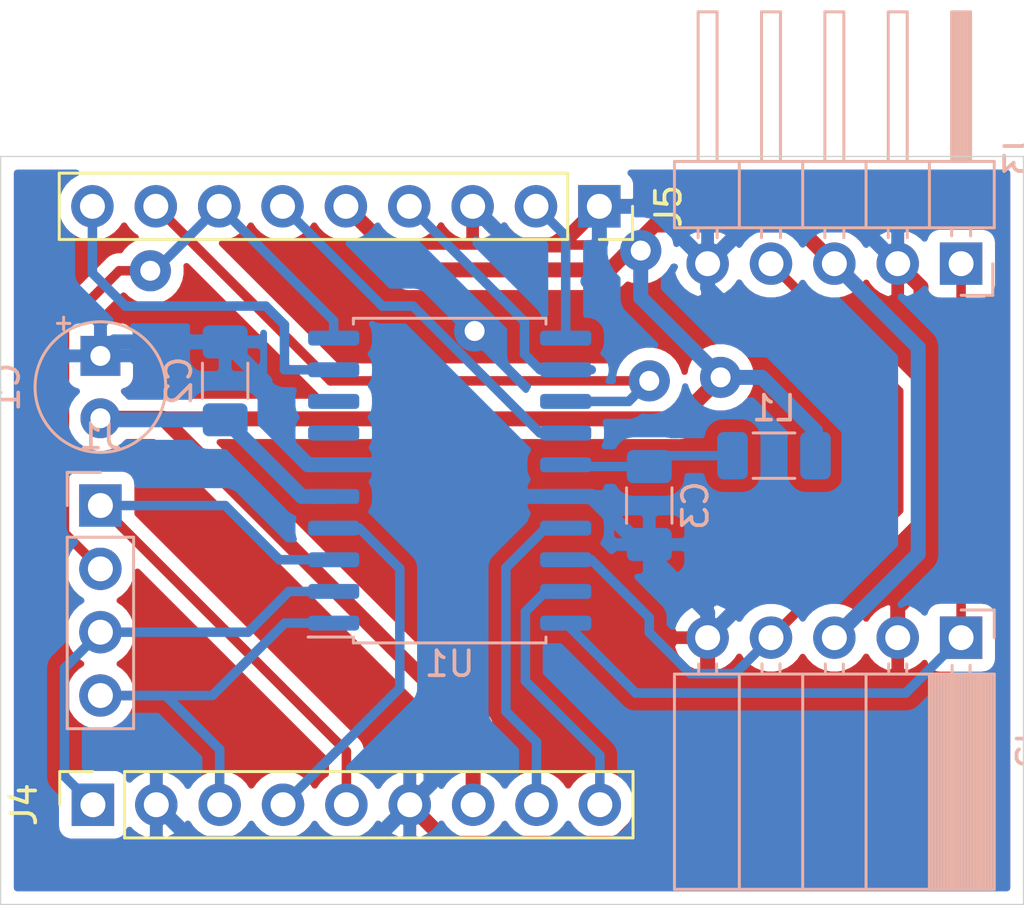
<source format=kicad_pcb>
(kicad_pcb (version 20171130) (host pcbnew "(5.1.10)-1")

  (general
    (thickness 1.6)
    (drawings 4)
    (tracks 151)
    (zones 0)
    (modules 10)
    (nets 18)
  )

  (page A4)
  (layers
    (0 F.Cu signal)
    (31 B.Cu signal)
    (32 B.Adhes user hide)
    (33 F.Adhes user hide)
    (34 B.Paste user hide)
    (35 F.Paste user hide)
    (36 B.SilkS user hide)
    (37 F.SilkS user hide)
    (38 B.Mask user hide)
    (39 F.Mask user hide)
    (40 Dwgs.User user hide)
    (41 Cmts.User user hide)
    (42 Eco1.User user hide)
    (43 Eco2.User user hide)
    (44 Edge.Cuts user)
    (45 Margin user hide)
    (46 B.CrtYd user hide)
    (47 F.CrtYd user hide)
    (48 B.Fab user hide)
    (49 F.Fab user hide)
  )

  (setup
    (last_trace_width 0.381)
    (user_trace_width 0.381)
    (user_trace_width 0.6)
    (user_trace_width 1)
    (trace_clearance 0.4)
    (zone_clearance 0.508)
    (zone_45_only no)
    (trace_min 0.2)
    (via_size 1.65)
    (via_drill 0.8)
    (via_min_size 0.4)
    (via_min_drill 0.3)
    (user_via 1.65 0.8)
    (uvia_size 0.3)
    (uvia_drill 0.1)
    (uvias_allowed no)
    (uvia_min_size 0.2)
    (uvia_min_drill 0.1)
    (edge_width 0.05)
    (segment_width 0.2)
    (pcb_text_width 0.3)
    (pcb_text_size 1.5 1.5)
    (mod_edge_width 0.12)
    (mod_text_size 1 1)
    (mod_text_width 0.15)
    (pad_size 1.524 1.524)
    (pad_drill 0.762)
    (pad_to_mask_clearance 0)
    (aux_axis_origin 0 0)
    (visible_elements 7FFFFFFF)
    (pcbplotparams
      (layerselection 0x010fc_ffffffff)
      (usegerberextensions false)
      (usegerberattributes true)
      (usegerberadvancedattributes true)
      (creategerberjobfile true)
      (excludeedgelayer true)
      (linewidth 0.100000)
      (plotframeref false)
      (viasonmask false)
      (mode 1)
      (useauxorigin false)
      (hpglpennumber 1)
      (hpglpenspeed 20)
      (hpglpendiameter 15.000000)
      (psnegative false)
      (psa4output false)
      (plotreference true)
      (plotvalue true)
      (plotinvisibletext false)
      (padsonsilk false)
      (subtractmaskfromsilk false)
      (outputformat 1)
      (mirror false)
      (drillshape 1)
      (scaleselection 1)
      (outputdirectory ""))
  )

  (net 0 "")
  (net 1 GND)
  (net 2 VCC)
  (net 3 "Net-(C3-Pad2)")
  (net 4 PSFHCLK)
  (net 5 ENCB)
  (net 6 MISO)
  (net 7 MOSI)
  (net 8 SCL)
  (net 9 SDA)
  (net 10 PB3)
  (net 11 PB2)
  (net 12 PSHFUPDATE)
  (net 13 ADC1)
  (net 14 ADC0)
  (net 15 PB1)
  (net 16 ENCSW)
  (net 17 ENCA)

  (net_class Default "This is the default net class."
    (clearance 0.4)
    (trace_width 0.381)
    (via_dia 1.65)
    (via_drill 0.8)
    (uvia_dia 0.3)
    (uvia_drill 0.1)
    (add_net ADC0)
    (add_net ADC1)
    (add_net ENCA)
    (add_net ENCB)
    (add_net ENCSW)
    (add_net MISO)
    (add_net MOSI)
    (add_net "Net-(C3-Pad2)")
    (add_net "Net-(U1-Pad7)")
    (add_net "Net-(U1-Pad8)")
    (add_net PB1)
    (add_net PB2)
    (add_net PB3)
    (add_net PSFHCLK)
    (add_net PSHFUPDATE)
    (add_net SCL)
    (add_net SDA)
  )

  (net_class VCC ""
    (clearance 0.4)
    (trace_width 0.6)
    (via_dia 1.65)
    (via_drill 0.8)
    (uvia_dia 0.3)
    (uvia_drill 0.1)
    (add_net GND)
    (add_net VCC)
  )

  (module Inductor_SMD:L_1206_3216Metric_Pad1.22x1.90mm_HandSolder (layer B.Cu) (tedit 5F68FEF0) (tstamp 61B4A476)
    (at 107 79 180)
    (descr "Inductor SMD 1206 (3216 Metric), square (rectangular) end terminal, IPC_7351 nominal with elongated pad for handsoldering. (Body size source: IPC-SM-782 page 80, https://www.pcb-3d.com/wordpress/wp-content/uploads/ipc-sm-782a_amendment_1_and_2.pdf), generated with kicad-footprint-generator")
    (tags "inductor handsolder")
    (path /61B2C408)
    (attr smd)
    (fp_text reference L1 (at 0 1.9 180) (layer B.SilkS)
      (effects (font (size 1 1) (thickness 0.15)) (justify mirror))
    )
    (fp_text value 10uH (at 0 -1.9 180) (layer B.Fab)
      (effects (font (size 1 1) (thickness 0.15)) (justify mirror))
    )
    (fp_line (start -1.6 -0.8) (end -1.6 0.8) (layer B.Fab) (width 0.1))
    (fp_line (start -1.6 0.8) (end 1.6 0.8) (layer B.Fab) (width 0.1))
    (fp_line (start 1.6 0.8) (end 1.6 -0.8) (layer B.Fab) (width 0.1))
    (fp_line (start 1.6 -0.8) (end -1.6 -0.8) (layer B.Fab) (width 0.1))
    (fp_line (start -0.835242 0.91) (end 0.835242 0.91) (layer B.SilkS) (width 0.12))
    (fp_line (start -0.835242 -0.91) (end 0.835242 -0.91) (layer B.SilkS) (width 0.12))
    (fp_line (start -2.52 -1.2) (end -2.52 1.2) (layer B.CrtYd) (width 0.05))
    (fp_line (start -2.52 1.2) (end 2.52 1.2) (layer B.CrtYd) (width 0.05))
    (fp_line (start 2.52 1.2) (end 2.52 -1.2) (layer B.CrtYd) (width 0.05))
    (fp_line (start 2.52 -1.2) (end -2.52 -1.2) (layer B.CrtYd) (width 0.05))
    (fp_text user %R (at 0 0 180) (layer B.Fab)
      (effects (font (size 0.8 0.8) (thickness 0.12)) (justify mirror))
    )
    (pad 1 smd roundrect (at -1.6625 0 180) (size 1.225 1.9) (layers B.Cu B.Paste B.Mask) (roundrect_rratio 0.204082)
      (net 2 VCC))
    (pad 2 smd roundrect (at 1.6625 0 180) (size 1.225 1.9) (layers B.Cu B.Paste B.Mask) (roundrect_rratio 0.204082)
      (net 3 "Net-(C3-Pad2)"))
    (model ${KISYS3DMOD}/Inductor_SMD.3dshapes/L_1206_3216Metric.wrl
      (at (xyz 0 0 0))
      (scale (xyz 1 1 1))
      (rotate (xyz 0 0 0))
    )
  )

  (module Capacitor_THT:CP_Radial_Tantal_D5.0mm_P2.50mm (layer B.Cu) (tedit 5AE50EF0) (tstamp 61B4A32A)
    (at 80 75 270)
    (descr "CP, Radial_Tantal series, Radial, pin pitch=2.50mm, , diameter=5.0mm, Tantal Electrolytic Capacitor, http://cdn-reichelt.de/documents/datenblatt/B300/TANTAL-TB-Serie%23.pdf")
    (tags "CP Radial_Tantal series Radial pin pitch 2.50mm  diameter 5.0mm Tantal Electrolytic Capacitor")
    (path /61B2E1E8)
    (fp_text reference C1 (at 1.25 3.75 90) (layer B.SilkS)
      (effects (font (size 1 1) (thickness 0.15)) (justify mirror))
    )
    (fp_text value 10uF (at 1.25 -3.75 90) (layer B.Fab)
      (effects (font (size 1 1) (thickness 0.15)) (justify mirror))
    )
    (fp_circle (center 1.25 0) (end 3.75 0) (layer B.Fab) (width 0.1))
    (fp_circle (center 1.25 0) (end 3.87 0) (layer B.SilkS) (width 0.12))
    (fp_circle (center 1.25 0) (end 4 0) (layer B.CrtYd) (width 0.05))
    (fp_line (start -0.883605 1.0875) (end -0.383605 1.0875) (layer B.Fab) (width 0.1))
    (fp_line (start -0.633605 1.3375) (end -0.633605 0.8375) (layer B.Fab) (width 0.1))
    (fp_line (start -1.554775 1.475) (end -1.054775 1.475) (layer B.SilkS) (width 0.12))
    (fp_line (start -1.304775 1.725) (end -1.304775 1.225) (layer B.SilkS) (width 0.12))
    (fp_text user %R (at 1.25 0 90) (layer B.Fab)
      (effects (font (size 1 1) (thickness 0.15)) (justify mirror))
    )
    (pad 1 thru_hole rect (at 0 0 270) (size 1.6 1.6) (drill 0.8) (layers *.Cu *.Mask)
      (net 1 GND))
    (pad 2 thru_hole circle (at 2.5 0 270) (size 1.6 1.6) (drill 0.8) (layers *.Cu *.Mask)
      (net 2 VCC))
    (model ${KISYS3DMOD}/Capacitor_THT.3dshapes/CP_Radial_Tantal_D5.0mm_P2.50mm.wrl
      (at (xyz 0 0 0))
      (scale (xyz 1 1 1))
      (rotate (xyz 0 0 0))
    )
  )

  (module Capacitor_SMD:C_1206_3216Metric_Pad1.33x1.80mm_HandSolder (layer B.Cu) (tedit 5F68FEEF) (tstamp 61B4A33B)
    (at 85 76 270)
    (descr "Capacitor SMD 1206 (3216 Metric), square (rectangular) end terminal, IPC_7351 nominal with elongated pad for handsoldering. (Body size source: IPC-SM-782 page 76, https://www.pcb-3d.com/wordpress/wp-content/uploads/ipc-sm-782a_amendment_1_and_2.pdf), generated with kicad-footprint-generator")
    (tags "capacitor handsolder")
    (path /61B2E94E)
    (attr smd)
    (fp_text reference C2 (at 0 1.85 270) (layer B.SilkS)
      (effects (font (size 1 1) (thickness 0.15)) (justify mirror))
    )
    (fp_text value 100nF (at 0 -1.85 270) (layer B.Fab)
      (effects (font (size 1 1) (thickness 0.15)) (justify mirror))
    )
    (fp_line (start -1.6 -0.8) (end -1.6 0.8) (layer B.Fab) (width 0.1))
    (fp_line (start -1.6 0.8) (end 1.6 0.8) (layer B.Fab) (width 0.1))
    (fp_line (start 1.6 0.8) (end 1.6 -0.8) (layer B.Fab) (width 0.1))
    (fp_line (start 1.6 -0.8) (end -1.6 -0.8) (layer B.Fab) (width 0.1))
    (fp_line (start -0.711252 0.91) (end 0.711252 0.91) (layer B.SilkS) (width 0.12))
    (fp_line (start -0.711252 -0.91) (end 0.711252 -0.91) (layer B.SilkS) (width 0.12))
    (fp_line (start -2.48 -1.15) (end -2.48 1.15) (layer B.CrtYd) (width 0.05))
    (fp_line (start -2.48 1.15) (end 2.48 1.15) (layer B.CrtYd) (width 0.05))
    (fp_line (start 2.48 1.15) (end 2.48 -1.15) (layer B.CrtYd) (width 0.05))
    (fp_line (start 2.48 -1.15) (end -2.48 -1.15) (layer B.CrtYd) (width 0.05))
    (fp_text user %R (at 0 0 270) (layer B.Fab)
      (effects (font (size 0.8 0.8) (thickness 0.12)) (justify mirror))
    )
    (pad 1 smd roundrect (at -1.5625 0 270) (size 1.325 1.8) (layers B.Cu B.Paste B.Mask) (roundrect_rratio 0.188679)
      (net 1 GND))
    (pad 2 smd roundrect (at 1.5625 0 270) (size 1.325 1.8) (layers B.Cu B.Paste B.Mask) (roundrect_rratio 0.188679)
      (net 2 VCC))
    (model ${KISYS3DMOD}/Capacitor_SMD.3dshapes/C_1206_3216Metric.wrl
      (at (xyz 0 0 0))
      (scale (xyz 1 1 1))
      (rotate (xyz 0 0 0))
    )
  )

  (module Capacitor_SMD:C_1206_3216Metric_Pad1.33x1.80mm_HandSolder (layer B.Cu) (tedit 5F68FEEF) (tstamp 61B4C49D)
    (at 102 81 90)
    (descr "Capacitor SMD 1206 (3216 Metric), square (rectangular) end terminal, IPC_7351 nominal with elongated pad for handsoldering. (Body size source: IPC-SM-782 page 76, https://www.pcb-3d.com/wordpress/wp-content/uploads/ipc-sm-782a_amendment_1_and_2.pdf), generated with kicad-footprint-generator")
    (tags "capacitor handsolder")
    (path /61B2BAA9)
    (attr smd)
    (fp_text reference C3 (at 0 1.85 90) (layer B.SilkS)
      (effects (font (size 1 1) (thickness 0.15)) (justify mirror))
    )
    (fp_text value 100nF (at 0 -1.85 90) (layer B.Fab)
      (effects (font (size 1 1) (thickness 0.15)) (justify mirror))
    )
    (fp_line (start 2.48 -1.15) (end -2.48 -1.15) (layer B.CrtYd) (width 0.05))
    (fp_line (start 2.48 1.15) (end 2.48 -1.15) (layer B.CrtYd) (width 0.05))
    (fp_line (start -2.48 1.15) (end 2.48 1.15) (layer B.CrtYd) (width 0.05))
    (fp_line (start -2.48 -1.15) (end -2.48 1.15) (layer B.CrtYd) (width 0.05))
    (fp_line (start -0.711252 -0.91) (end 0.711252 -0.91) (layer B.SilkS) (width 0.12))
    (fp_line (start -0.711252 0.91) (end 0.711252 0.91) (layer B.SilkS) (width 0.12))
    (fp_line (start 1.6 -0.8) (end -1.6 -0.8) (layer B.Fab) (width 0.1))
    (fp_line (start 1.6 0.8) (end 1.6 -0.8) (layer B.Fab) (width 0.1))
    (fp_line (start -1.6 0.8) (end 1.6 0.8) (layer B.Fab) (width 0.1))
    (fp_line (start -1.6 -0.8) (end -1.6 0.8) (layer B.Fab) (width 0.1))
    (fp_text user %R (at 0 0 90) (layer B.Fab)
      (effects (font (size 0.8 0.8) (thickness 0.12)) (justify mirror))
    )
    (pad 2 smd roundrect (at 1.5625 0 90) (size 1.325 1.8) (layers B.Cu B.Paste B.Mask) (roundrect_rratio 0.188679)
      (net 3 "Net-(C3-Pad2)"))
    (pad 1 smd roundrect (at -1.5625 0 90) (size 1.325 1.8) (layers B.Cu B.Paste B.Mask) (roundrect_rratio 0.188679)
      (net 1 GND))
    (model ${KISYS3DMOD}/Capacitor_SMD.3dshapes/C_1206_3216Metric.wrl
      (at (xyz 0 0 0))
      (scale (xyz 1 1 1))
      (rotate (xyz 0 0 0))
    )
  )

  (module Connector_PinSocket_2.54mm:PinSocket_1x04_P2.54mm_Vertical (layer B.Cu) (tedit 5A19A429) (tstamp 61B4A386)
    (at 80 81 180)
    (descr "Through hole straight socket strip, 1x04, 2.54mm pitch, single row (from Kicad 4.0.7), script generated")
    (tags "Through hole socket strip THT 1x04 2.54mm single row")
    (path /61B5D90A)
    (fp_text reference J1 (at 0 2.77) (layer B.SilkS)
      (effects (font (size 1 1) (thickness 0.15)) (justify mirror))
    )
    (fp_text value Conn_01x04_Female (at 0 -10.39) (layer B.Fab)
      (effects (font (size 1 1) (thickness 0.15)) (justify mirror))
    )
    (fp_line (start -1.27 1.27) (end 0.635 1.27) (layer B.Fab) (width 0.1))
    (fp_line (start 0.635 1.27) (end 1.27 0.635) (layer B.Fab) (width 0.1))
    (fp_line (start 1.27 0.635) (end 1.27 -8.89) (layer B.Fab) (width 0.1))
    (fp_line (start 1.27 -8.89) (end -1.27 -8.89) (layer B.Fab) (width 0.1))
    (fp_line (start -1.27 -8.89) (end -1.27 1.27) (layer B.Fab) (width 0.1))
    (fp_line (start -1.33 -1.27) (end 1.33 -1.27) (layer B.SilkS) (width 0.12))
    (fp_line (start -1.33 -1.27) (end -1.33 -8.95) (layer B.SilkS) (width 0.12))
    (fp_line (start -1.33 -8.95) (end 1.33 -8.95) (layer B.SilkS) (width 0.12))
    (fp_line (start 1.33 -1.27) (end 1.33 -8.95) (layer B.SilkS) (width 0.12))
    (fp_line (start 1.33 1.33) (end 1.33 0) (layer B.SilkS) (width 0.12))
    (fp_line (start 0 1.33) (end 1.33 1.33) (layer B.SilkS) (width 0.12))
    (fp_line (start -1.8 1.8) (end 1.75 1.8) (layer B.CrtYd) (width 0.05))
    (fp_line (start 1.75 1.8) (end 1.75 -9.4) (layer B.CrtYd) (width 0.05))
    (fp_line (start 1.75 -9.4) (end -1.8 -9.4) (layer B.CrtYd) (width 0.05))
    (fp_line (start -1.8 -9.4) (end -1.8 1.8) (layer B.CrtYd) (width 0.05))
    (fp_text user %R (at 0 -3.81 270) (layer B.Fab)
      (effects (font (size 1 1) (thickness 0.15)) (justify mirror))
    )
    (pad 1 thru_hole rect (at 0 0 180) (size 1.7 1.7) (drill 1) (layers *.Cu *.Mask)
      (net 4 PSFHCLK))
    (pad 2 thru_hole oval (at 0 -2.54 180) (size 1.7 1.7) (drill 1) (layers *.Cu *.Mask)
      (net 5 ENCB))
    (pad 3 thru_hole oval (at 0 -5.08 180) (size 1.7 1.7) (drill 1) (layers *.Cu *.Mask)
      (net 6 MISO))
    (pad 4 thru_hole oval (at 0 -7.62 180) (size 1.7 1.7) (drill 1) (layers *.Cu *.Mask)
      (net 7 MOSI))
    (model ${KISYS3DMOD}/Connector_PinSocket_2.54mm.3dshapes/PinSocket_1x04_P2.54mm_Vertical.wrl
      (at (xyz 0 0 0))
      (scale (xyz 1 1 1))
      (rotate (xyz 0 0 0))
    )
  )

  (module Connector_PinSocket_2.54mm:PinSocket_1x05_P2.54mm_Horizontal (layer B.Cu) (tedit 5A19A431) (tstamp 61B61895)
    (at 114.5 86.3 90)
    (descr "Through hole angled socket strip, 1x05, 2.54mm pitch, 8.51mm socket length, single row (from Kicad 4.0.7), script generated")
    (tags "Through hole angled socket strip THT 1x05 2.54mm single row")
    (path /61B5E7D1)
    (fp_text reference J2 (at -4.38 2.77 270) (layer B.SilkS)
      (effects (font (size 1 1) (thickness 0.15)) (justify mirror))
    )
    (fp_text value Conn_01x05_Female (at -4.38 -12.93 270) (layer B.Fab)
      (effects (font (size 1 1) (thickness 0.15)) (justify mirror))
    )
    (fp_line (start -10.03 1.27) (end -2.49 1.27) (layer B.Fab) (width 0.1))
    (fp_line (start -2.49 1.27) (end -1.52 0.3) (layer B.Fab) (width 0.1))
    (fp_line (start -1.52 0.3) (end -1.52 -11.43) (layer B.Fab) (width 0.1))
    (fp_line (start -1.52 -11.43) (end -10.03 -11.43) (layer B.Fab) (width 0.1))
    (fp_line (start -10.03 -11.43) (end -10.03 1.27) (layer B.Fab) (width 0.1))
    (fp_line (start 0 0.3) (end -1.52 0.3) (layer B.Fab) (width 0.1))
    (fp_line (start -1.52 -0.3) (end 0 -0.3) (layer B.Fab) (width 0.1))
    (fp_line (start 0 -0.3) (end 0 0.3) (layer B.Fab) (width 0.1))
    (fp_line (start 0 -2.24) (end -1.52 -2.24) (layer B.Fab) (width 0.1))
    (fp_line (start -1.52 -2.84) (end 0 -2.84) (layer B.Fab) (width 0.1))
    (fp_line (start 0 -2.84) (end 0 -2.24) (layer B.Fab) (width 0.1))
    (fp_line (start 0 -4.78) (end -1.52 -4.78) (layer B.Fab) (width 0.1))
    (fp_line (start -1.52 -5.38) (end 0 -5.38) (layer B.Fab) (width 0.1))
    (fp_line (start 0 -5.38) (end 0 -4.78) (layer B.Fab) (width 0.1))
    (fp_line (start 0 -7.32) (end -1.52 -7.32) (layer B.Fab) (width 0.1))
    (fp_line (start -1.52 -7.92) (end 0 -7.92) (layer B.Fab) (width 0.1))
    (fp_line (start 0 -7.92) (end 0 -7.32) (layer B.Fab) (width 0.1))
    (fp_line (start 0 -9.86) (end -1.52 -9.86) (layer B.Fab) (width 0.1))
    (fp_line (start -1.52 -10.46) (end 0 -10.46) (layer B.Fab) (width 0.1))
    (fp_line (start 0 -10.46) (end 0 -9.86) (layer B.Fab) (width 0.1))
    (fp_line (start -10.09 1.21) (end -1.46 1.21) (layer B.SilkS) (width 0.12))
    (fp_line (start -10.09 1.091905) (end -1.46 1.091905) (layer B.SilkS) (width 0.12))
    (fp_line (start -10.09 0.97381) (end -1.46 0.97381) (layer B.SilkS) (width 0.12))
    (fp_line (start -10.09 0.855715) (end -1.46 0.855715) (layer B.SilkS) (width 0.12))
    (fp_line (start -10.09 0.73762) (end -1.46 0.73762) (layer B.SilkS) (width 0.12))
    (fp_line (start -10.09 0.619525) (end -1.46 0.619525) (layer B.SilkS) (width 0.12))
    (fp_line (start -10.09 0.50143) (end -1.46 0.50143) (layer B.SilkS) (width 0.12))
    (fp_line (start -10.09 0.383335) (end -1.46 0.383335) (layer B.SilkS) (width 0.12))
    (fp_line (start -10.09 0.26524) (end -1.46 0.26524) (layer B.SilkS) (width 0.12))
    (fp_line (start -10.09 0.147145) (end -1.46 0.147145) (layer B.SilkS) (width 0.12))
    (fp_line (start -10.09 0.02905) (end -1.46 0.02905) (layer B.SilkS) (width 0.12))
    (fp_line (start -10.09 -0.089045) (end -1.46 -0.089045) (layer B.SilkS) (width 0.12))
    (fp_line (start -10.09 -0.20714) (end -1.46 -0.20714) (layer B.SilkS) (width 0.12))
    (fp_line (start -10.09 -0.325235) (end -1.46 -0.325235) (layer B.SilkS) (width 0.12))
    (fp_line (start -10.09 -0.44333) (end -1.46 -0.44333) (layer B.SilkS) (width 0.12))
    (fp_line (start -10.09 -0.561425) (end -1.46 -0.561425) (layer B.SilkS) (width 0.12))
    (fp_line (start -10.09 -0.67952) (end -1.46 -0.67952) (layer B.SilkS) (width 0.12))
    (fp_line (start -10.09 -0.797615) (end -1.46 -0.797615) (layer B.SilkS) (width 0.12))
    (fp_line (start -10.09 -0.91571) (end -1.46 -0.91571) (layer B.SilkS) (width 0.12))
    (fp_line (start -10.09 -1.033805) (end -1.46 -1.033805) (layer B.SilkS) (width 0.12))
    (fp_line (start -10.09 -1.1519) (end -1.46 -1.1519) (layer B.SilkS) (width 0.12))
    (fp_line (start -1.46 0.36) (end -1.11 0.36) (layer B.SilkS) (width 0.12))
    (fp_line (start -1.46 -0.36) (end -1.11 -0.36) (layer B.SilkS) (width 0.12))
    (fp_line (start -1.46 -2.18) (end -1.05 -2.18) (layer B.SilkS) (width 0.12))
    (fp_line (start -1.46 -2.9) (end -1.05 -2.9) (layer B.SilkS) (width 0.12))
    (fp_line (start -1.46 -4.72) (end -1.05 -4.72) (layer B.SilkS) (width 0.12))
    (fp_line (start -1.46 -5.44) (end -1.05 -5.44) (layer B.SilkS) (width 0.12))
    (fp_line (start -1.46 -7.26) (end -1.05 -7.26) (layer B.SilkS) (width 0.12))
    (fp_line (start -1.46 -7.98) (end -1.05 -7.98) (layer B.SilkS) (width 0.12))
    (fp_line (start -1.46 -9.8) (end -1.05 -9.8) (layer B.SilkS) (width 0.12))
    (fp_line (start -1.46 -10.52) (end -1.05 -10.52) (layer B.SilkS) (width 0.12))
    (fp_line (start -10.09 -1.27) (end -1.46 -1.27) (layer B.SilkS) (width 0.12))
    (fp_line (start -10.09 -3.81) (end -1.46 -3.81) (layer B.SilkS) (width 0.12))
    (fp_line (start -10.09 -6.35) (end -1.46 -6.35) (layer B.SilkS) (width 0.12))
    (fp_line (start -10.09 -8.89) (end -1.46 -8.89) (layer B.SilkS) (width 0.12))
    (fp_line (start -10.09 1.33) (end -1.46 1.33) (layer B.SilkS) (width 0.12))
    (fp_line (start -1.46 1.33) (end -1.46 -11.49) (layer B.SilkS) (width 0.12))
    (fp_line (start -10.09 -11.49) (end -1.46 -11.49) (layer B.SilkS) (width 0.12))
    (fp_line (start -10.09 1.33) (end -10.09 -11.49) (layer B.SilkS) (width 0.12))
    (fp_line (start 1.11 1.33) (end 1.11 0) (layer B.SilkS) (width 0.12))
    (fp_line (start 0 1.33) (end 1.11 1.33) (layer B.SilkS) (width 0.12))
    (fp_line (start 1.75 1.75) (end -10.55 1.75) (layer B.CrtYd) (width 0.05))
    (fp_line (start -10.55 1.75) (end -10.55 -11.95) (layer B.CrtYd) (width 0.05))
    (fp_line (start -10.55 -11.95) (end 1.75 -11.95) (layer B.CrtYd) (width 0.05))
    (fp_line (start 1.75 -11.95) (end 1.75 1.75) (layer B.CrtYd) (width 0.05))
    (fp_text user %R (at -5.775 -5.08) (layer B.Fab)
      (effects (font (size 1 1) (thickness 0.15)) (justify mirror))
    )
    (pad 1 thru_hole rect (at 0 0 90) (size 1.7 1.7) (drill 1) (layers *.Cu *.Mask)
      (net 9 SDA))
    (pad 2 thru_hole oval (at 0 -2.54 90) (size 1.7 1.7) (drill 1) (layers *.Cu *.Mask)
      (net 1 GND))
    (pad 3 thru_hole oval (at 0 -5.08 90) (size 1.7 1.7) (drill 1) (layers *.Cu *.Mask)
      (net 2 VCC))
    (pad 4 thru_hole oval (at 0 -7.62 90) (size 1.7 1.7) (drill 1) (layers *.Cu *.Mask)
      (net 8 SCL))
    (pad 5 thru_hole oval (at 0 -10.16 90) (size 1.7 1.7) (drill 1) (layers *.Cu *.Mask)
      (net 1 GND))
    (model ${KISYS3DMOD}/Connector_PinSocket_2.54mm.3dshapes/PinSocket_1x05_P2.54mm_Horizontal.wrl
      (at (xyz 0 0 0))
      (scale (xyz 1 1 1))
      (rotate (xyz 0 0 0))
    )
  )

  (module Connector_PinHeader_2.54mm:PinHeader_1x05_P2.54mm_Horizontal (layer B.Cu) (tedit 59FED5CB) (tstamp 61B61799)
    (at 114.5 71.3 90)
    (descr "Through hole angled pin header, 1x05, 2.54mm pitch, 6mm pin length, single row")
    (tags "Through hole angled pin header THT 1x05 2.54mm single row")
    (path /61B5F7CF)
    (fp_text reference J3 (at 4.385 2.27 270) (layer B.SilkS)
      (effects (font (size 1 1) (thickness 0.15)) (justify mirror))
    )
    (fp_text value Conn_01x05_Male (at 4.385 -12.43 270) (layer B.Fab)
      (effects (font (size 1 1) (thickness 0.15)) (justify mirror))
    )
    (fp_line (start 2.135 1.27) (end 4.04 1.27) (layer B.Fab) (width 0.1))
    (fp_line (start 4.04 1.27) (end 4.04 -11.43) (layer B.Fab) (width 0.1))
    (fp_line (start 4.04 -11.43) (end 1.5 -11.43) (layer B.Fab) (width 0.1))
    (fp_line (start 1.5 -11.43) (end 1.5 0.635) (layer B.Fab) (width 0.1))
    (fp_line (start 1.5 0.635) (end 2.135 1.27) (layer B.Fab) (width 0.1))
    (fp_line (start -0.32 0.32) (end 1.5 0.32) (layer B.Fab) (width 0.1))
    (fp_line (start -0.32 0.32) (end -0.32 -0.32) (layer B.Fab) (width 0.1))
    (fp_line (start -0.32 -0.32) (end 1.5 -0.32) (layer B.Fab) (width 0.1))
    (fp_line (start 4.04 0.32) (end 10.04 0.32) (layer B.Fab) (width 0.1))
    (fp_line (start 10.04 0.32) (end 10.04 -0.32) (layer B.Fab) (width 0.1))
    (fp_line (start 4.04 -0.32) (end 10.04 -0.32) (layer B.Fab) (width 0.1))
    (fp_line (start -0.32 -2.22) (end 1.5 -2.22) (layer B.Fab) (width 0.1))
    (fp_line (start -0.32 -2.22) (end -0.32 -2.86) (layer B.Fab) (width 0.1))
    (fp_line (start -0.32 -2.86) (end 1.5 -2.86) (layer B.Fab) (width 0.1))
    (fp_line (start 4.04 -2.22) (end 10.04 -2.22) (layer B.Fab) (width 0.1))
    (fp_line (start 10.04 -2.22) (end 10.04 -2.86) (layer B.Fab) (width 0.1))
    (fp_line (start 4.04 -2.86) (end 10.04 -2.86) (layer B.Fab) (width 0.1))
    (fp_line (start -0.32 -4.76) (end 1.5 -4.76) (layer B.Fab) (width 0.1))
    (fp_line (start -0.32 -4.76) (end -0.32 -5.4) (layer B.Fab) (width 0.1))
    (fp_line (start -0.32 -5.4) (end 1.5 -5.4) (layer B.Fab) (width 0.1))
    (fp_line (start 4.04 -4.76) (end 10.04 -4.76) (layer B.Fab) (width 0.1))
    (fp_line (start 10.04 -4.76) (end 10.04 -5.4) (layer B.Fab) (width 0.1))
    (fp_line (start 4.04 -5.4) (end 10.04 -5.4) (layer B.Fab) (width 0.1))
    (fp_line (start -0.32 -7.3) (end 1.5 -7.3) (layer B.Fab) (width 0.1))
    (fp_line (start -0.32 -7.3) (end -0.32 -7.94) (layer B.Fab) (width 0.1))
    (fp_line (start -0.32 -7.94) (end 1.5 -7.94) (layer B.Fab) (width 0.1))
    (fp_line (start 4.04 -7.3) (end 10.04 -7.3) (layer B.Fab) (width 0.1))
    (fp_line (start 10.04 -7.3) (end 10.04 -7.94) (layer B.Fab) (width 0.1))
    (fp_line (start 4.04 -7.94) (end 10.04 -7.94) (layer B.Fab) (width 0.1))
    (fp_line (start -0.32 -9.84) (end 1.5 -9.84) (layer B.Fab) (width 0.1))
    (fp_line (start -0.32 -9.84) (end -0.32 -10.48) (layer B.Fab) (width 0.1))
    (fp_line (start -0.32 -10.48) (end 1.5 -10.48) (layer B.Fab) (width 0.1))
    (fp_line (start 4.04 -9.84) (end 10.04 -9.84) (layer B.Fab) (width 0.1))
    (fp_line (start 10.04 -9.84) (end 10.04 -10.48) (layer B.Fab) (width 0.1))
    (fp_line (start 4.04 -10.48) (end 10.04 -10.48) (layer B.Fab) (width 0.1))
    (fp_line (start 1.44 1.33) (end 1.44 -11.49) (layer B.SilkS) (width 0.12))
    (fp_line (start 1.44 -11.49) (end 4.1 -11.49) (layer B.SilkS) (width 0.12))
    (fp_line (start 4.1 -11.49) (end 4.1 1.33) (layer B.SilkS) (width 0.12))
    (fp_line (start 4.1 1.33) (end 1.44 1.33) (layer B.SilkS) (width 0.12))
    (fp_line (start 4.1 0.38) (end 10.1 0.38) (layer B.SilkS) (width 0.12))
    (fp_line (start 10.1 0.38) (end 10.1 -0.38) (layer B.SilkS) (width 0.12))
    (fp_line (start 10.1 -0.38) (end 4.1 -0.38) (layer B.SilkS) (width 0.12))
    (fp_line (start 4.1 0.32) (end 10.1 0.32) (layer B.SilkS) (width 0.12))
    (fp_line (start 4.1 0.2) (end 10.1 0.2) (layer B.SilkS) (width 0.12))
    (fp_line (start 4.1 0.08) (end 10.1 0.08) (layer B.SilkS) (width 0.12))
    (fp_line (start 4.1 -0.04) (end 10.1 -0.04) (layer B.SilkS) (width 0.12))
    (fp_line (start 4.1 -0.16) (end 10.1 -0.16) (layer B.SilkS) (width 0.12))
    (fp_line (start 4.1 -0.28) (end 10.1 -0.28) (layer B.SilkS) (width 0.12))
    (fp_line (start 1.11 0.38) (end 1.44 0.38) (layer B.SilkS) (width 0.12))
    (fp_line (start 1.11 -0.38) (end 1.44 -0.38) (layer B.SilkS) (width 0.12))
    (fp_line (start 1.44 -1.27) (end 4.1 -1.27) (layer B.SilkS) (width 0.12))
    (fp_line (start 4.1 -2.16) (end 10.1 -2.16) (layer B.SilkS) (width 0.12))
    (fp_line (start 10.1 -2.16) (end 10.1 -2.92) (layer B.SilkS) (width 0.12))
    (fp_line (start 10.1 -2.92) (end 4.1 -2.92) (layer B.SilkS) (width 0.12))
    (fp_line (start 1.042929 -2.16) (end 1.44 -2.16) (layer B.SilkS) (width 0.12))
    (fp_line (start 1.042929 -2.92) (end 1.44 -2.92) (layer B.SilkS) (width 0.12))
    (fp_line (start 1.44 -3.81) (end 4.1 -3.81) (layer B.SilkS) (width 0.12))
    (fp_line (start 4.1 -4.7) (end 10.1 -4.7) (layer B.SilkS) (width 0.12))
    (fp_line (start 10.1 -4.7) (end 10.1 -5.46) (layer B.SilkS) (width 0.12))
    (fp_line (start 10.1 -5.46) (end 4.1 -5.46) (layer B.SilkS) (width 0.12))
    (fp_line (start 1.042929 -4.7) (end 1.44 -4.7) (layer B.SilkS) (width 0.12))
    (fp_line (start 1.042929 -5.46) (end 1.44 -5.46) (layer B.SilkS) (width 0.12))
    (fp_line (start 1.44 -6.35) (end 4.1 -6.35) (layer B.SilkS) (width 0.12))
    (fp_line (start 4.1 -7.24) (end 10.1 -7.24) (layer B.SilkS) (width 0.12))
    (fp_line (start 10.1 -7.24) (end 10.1 -8) (layer B.SilkS) (width 0.12))
    (fp_line (start 10.1 -8) (end 4.1 -8) (layer B.SilkS) (width 0.12))
    (fp_line (start 1.042929 -7.24) (end 1.44 -7.24) (layer B.SilkS) (width 0.12))
    (fp_line (start 1.042929 -8) (end 1.44 -8) (layer B.SilkS) (width 0.12))
    (fp_line (start 1.44 -8.89) (end 4.1 -8.89) (layer B.SilkS) (width 0.12))
    (fp_line (start 4.1 -9.78) (end 10.1 -9.78) (layer B.SilkS) (width 0.12))
    (fp_line (start 10.1 -9.78) (end 10.1 -10.54) (layer B.SilkS) (width 0.12))
    (fp_line (start 10.1 -10.54) (end 4.1 -10.54) (layer B.SilkS) (width 0.12))
    (fp_line (start 1.042929 -9.78) (end 1.44 -9.78) (layer B.SilkS) (width 0.12))
    (fp_line (start 1.042929 -10.54) (end 1.44 -10.54) (layer B.SilkS) (width 0.12))
    (fp_line (start -1.27 0) (end -1.27 1.27) (layer B.SilkS) (width 0.12))
    (fp_line (start -1.27 1.27) (end 0 1.27) (layer B.SilkS) (width 0.12))
    (fp_line (start -1.8 1.8) (end -1.8 -11.95) (layer B.CrtYd) (width 0.05))
    (fp_line (start -1.8 -11.95) (end 10.55 -11.95) (layer B.CrtYd) (width 0.05))
    (fp_line (start 10.55 -11.95) (end 10.55 1.8) (layer B.CrtYd) (width 0.05))
    (fp_line (start 10.55 1.8) (end -1.8 1.8) (layer B.CrtYd) (width 0.05))
    (fp_text user %R (at 2.77 -5.08) (layer B.Fab)
      (effects (font (size 1 1) (thickness 0.15)) (justify mirror))
    )
    (pad 1 thru_hole rect (at 0 0 90) (size 1.7 1.7) (drill 1) (layers *.Cu *.Mask)
      (net 9 SDA))
    (pad 2 thru_hole oval (at 0 -2.54 90) (size 1.7 1.7) (drill 1) (layers *.Cu *.Mask)
      (net 1 GND))
    (pad 3 thru_hole oval (at 0 -5.08 90) (size 1.7 1.7) (drill 1) (layers *.Cu *.Mask)
      (net 2 VCC))
    (pad 4 thru_hole oval (at 0 -7.62 90) (size 1.7 1.7) (drill 1) (layers *.Cu *.Mask)
      (net 8 SCL))
    (pad 5 thru_hole oval (at 0 -10.16 90) (size 1.7 1.7) (drill 1) (layers *.Cu *.Mask)
      (net 1 GND))
    (model ${KISYS3DMOD}/Connector_PinHeader_2.54mm.3dshapes/PinHeader_1x05_P2.54mm_Horizontal.wrl
      (at (xyz 0 0 0))
      (scale (xyz 1 1 1))
      (rotate (xyz 0 0 0))
    )
  )

  (module Connector_PinSocket_2.54mm:PinSocket_1x09_P2.54mm_Vertical (layer F.Cu) (tedit 5A19A431) (tstamp 61B4A448)
    (at 79.7 93 90)
    (descr "Through hole straight socket strip, 1x09, 2.54mm pitch, single row (from Kicad 4.0.7), script generated")
    (tags "Through hole socket strip THT 1x09 2.54mm single row")
    (path /61B543E3)
    (fp_text reference J4 (at 0 -2.77 90) (layer F.SilkS)
      (effects (font (size 1 1) (thickness 0.15)))
    )
    (fp_text value Conn_01x09_Female (at 0 23.09 90) (layer F.Fab)
      (effects (font (size 1 1) (thickness 0.15)))
    )
    (fp_line (start -1.8 22.1) (end -1.8 -1.8) (layer F.CrtYd) (width 0.05))
    (fp_line (start 1.75 22.1) (end -1.8 22.1) (layer F.CrtYd) (width 0.05))
    (fp_line (start 1.75 -1.8) (end 1.75 22.1) (layer F.CrtYd) (width 0.05))
    (fp_line (start -1.8 -1.8) (end 1.75 -1.8) (layer F.CrtYd) (width 0.05))
    (fp_line (start 0 -1.33) (end 1.33 -1.33) (layer F.SilkS) (width 0.12))
    (fp_line (start 1.33 -1.33) (end 1.33 0) (layer F.SilkS) (width 0.12))
    (fp_line (start 1.33 1.27) (end 1.33 21.65) (layer F.SilkS) (width 0.12))
    (fp_line (start -1.33 21.65) (end 1.33 21.65) (layer F.SilkS) (width 0.12))
    (fp_line (start -1.33 1.27) (end -1.33 21.65) (layer F.SilkS) (width 0.12))
    (fp_line (start -1.33 1.27) (end 1.33 1.27) (layer F.SilkS) (width 0.12))
    (fp_line (start -1.27 21.59) (end -1.27 -1.27) (layer F.Fab) (width 0.1))
    (fp_line (start 1.27 21.59) (end -1.27 21.59) (layer F.Fab) (width 0.1))
    (fp_line (start 1.27 -0.635) (end 1.27 21.59) (layer F.Fab) (width 0.1))
    (fp_line (start 0.635 -1.27) (end 1.27 -0.635) (layer F.Fab) (width 0.1))
    (fp_line (start -1.27 -1.27) (end 0.635 -1.27) (layer F.Fab) (width 0.1))
    (fp_text user %R (at 0 10.16) (layer F.Fab)
      (effects (font (size 1 1) (thickness 0.15)))
    )
    (pad 9 thru_hole oval (at 0 20.32 90) (size 1.7 1.7) (drill 1) (layers *.Cu *.Mask)
      (net 10 PB3))
    (pad 8 thru_hole oval (at 0 17.78 90) (size 1.7 1.7) (drill 1) (layers *.Cu *.Mask)
      (net 11 PB2))
    (pad 7 thru_hole oval (at 0 15.24 90) (size 1.7 1.7) (drill 1) (layers *.Cu *.Mask)
      (net 2 VCC))
    (pad 6 thru_hole oval (at 0 12.7 90) (size 1.7 1.7) (drill 1) (layers *.Cu *.Mask)
      (net 1 GND))
    (pad 5 thru_hole oval (at 0 10.16 90) (size 1.7 1.7) (drill 1) (layers *.Cu *.Mask)
      (net 4 PSFHCLK))
    (pad 4 thru_hole oval (at 0 7.62 90) (size 1.7 1.7) (drill 1) (layers *.Cu *.Mask)
      (net 12 PSHFUPDATE))
    (pad 3 thru_hole oval (at 0 5.08 90) (size 1.7 1.7) (drill 1) (layers *.Cu *.Mask)
      (net 7 MOSI))
    (pad 2 thru_hole oval (at 0 2.54 90) (size 1.7 1.7) (drill 1) (layers *.Cu *.Mask)
      (net 1 GND))
    (pad 1 thru_hole rect (at 0 0 90) (size 1.7 1.7) (drill 1) (layers *.Cu *.Mask)
      (net 6 MISO))
    (model ${KISYS3DMOD}/Connector_PinSocket_2.54mm.3dshapes/PinSocket_1x09_P2.54mm_Vertical.wrl
      (at (xyz 0 0 0))
      (scale (xyz 1 1 1))
      (rotate (xyz 0 0 0))
    )
  )

  (module Connector_PinSocket_2.54mm:PinSocket_1x09_P2.54mm_Vertical (layer F.Cu) (tedit 5A19A431) (tstamp 61B4A465)
    (at 100 69 270)
    (descr "Through hole straight socket strip, 1x09, 2.54mm pitch, single row (from Kicad 4.0.7), script generated")
    (tags "Through hole socket strip THT 1x09 2.54mm single row")
    (path /61B5546A)
    (fp_text reference J5 (at 0 -2.77 90) (layer F.SilkS)
      (effects (font (size 1 1) (thickness 0.15)))
    )
    (fp_text value Conn_01x09_Female (at 0 23.09 90) (layer F.Fab)
      (effects (font (size 1 1) (thickness 0.15)))
    )
    (fp_line (start -1.27 -1.27) (end 0.635 -1.27) (layer F.Fab) (width 0.1))
    (fp_line (start 0.635 -1.27) (end 1.27 -0.635) (layer F.Fab) (width 0.1))
    (fp_line (start 1.27 -0.635) (end 1.27 21.59) (layer F.Fab) (width 0.1))
    (fp_line (start 1.27 21.59) (end -1.27 21.59) (layer F.Fab) (width 0.1))
    (fp_line (start -1.27 21.59) (end -1.27 -1.27) (layer F.Fab) (width 0.1))
    (fp_line (start -1.33 1.27) (end 1.33 1.27) (layer F.SilkS) (width 0.12))
    (fp_line (start -1.33 1.27) (end -1.33 21.65) (layer F.SilkS) (width 0.12))
    (fp_line (start -1.33 21.65) (end 1.33 21.65) (layer F.SilkS) (width 0.12))
    (fp_line (start 1.33 1.27) (end 1.33 21.65) (layer F.SilkS) (width 0.12))
    (fp_line (start 1.33 -1.33) (end 1.33 0) (layer F.SilkS) (width 0.12))
    (fp_line (start 0 -1.33) (end 1.33 -1.33) (layer F.SilkS) (width 0.12))
    (fp_line (start -1.8 -1.8) (end 1.75 -1.8) (layer F.CrtYd) (width 0.05))
    (fp_line (start 1.75 -1.8) (end 1.75 22.1) (layer F.CrtYd) (width 0.05))
    (fp_line (start 1.75 22.1) (end -1.8 22.1) (layer F.CrtYd) (width 0.05))
    (fp_line (start -1.8 22.1) (end -1.8 -1.8) (layer F.CrtYd) (width 0.05))
    (fp_text user %R (at 0 10.16) (layer F.Fab)
      (effects (font (size 1 1) (thickness 0.15)))
    )
    (pad 1 thru_hole rect (at 0 0 270) (size 1.7 1.7) (drill 1) (layers *.Cu *.Mask)
      (net 1 GND))
    (pad 2 thru_hole oval (at 0 2.54 270) (size 1.7 1.7) (drill 1) (layers *.Cu *.Mask)
      (net 13 ADC1))
    (pad 3 thru_hole oval (at 0 5.08 270) (size 1.7 1.7) (drill 1) (layers *.Cu *.Mask)
      (net 1 GND))
    (pad 4 thru_hole oval (at 0 7.62 270) (size 1.7 1.7) (drill 1) (layers *.Cu *.Mask)
      (net 14 ADC0))
    (pad 5 thru_hole oval (at 0 10.16 270) (size 1.7 1.7) (drill 1) (layers *.Cu *.Mask)
      (net 2 VCC))
    (pad 6 thru_hole oval (at 0 12.7 270) (size 1.7 1.7) (drill 1) (layers *.Cu *.Mask)
      (net 15 PB1))
    (pad 7 thru_hole oval (at 0 15.24 270) (size 1.7 1.7) (drill 1) (layers *.Cu *.Mask)
      (net 5 ENCB))
    (pad 8 thru_hole oval (at 0 17.78 270) (size 1.7 1.7) (drill 1) (layers *.Cu *.Mask)
      (net 16 ENCSW))
    (pad 9 thru_hole oval (at 0 20.32 270) (size 1.7 1.7) (drill 1) (layers *.Cu *.Mask)
      (net 17 ENCA))
    (model ${KISYS3DMOD}/Connector_PinSocket_2.54mm.3dshapes/PinSocket_1x09_P2.54mm_Vertical.wrl
      (at (xyz 0 0 0))
      (scale (xyz 1 1 1))
      (rotate (xyz 0 0 0))
    )
  )

  (module Package_SO:SOIC-20W_7.5x12.8mm_P1.27mm (layer B.Cu) (tedit 5D9F72B1) (tstamp 61B4A507)
    (at 94 80)
    (descr "SOIC, 20 Pin (JEDEC MS-013AC, https://www.analog.com/media/en/package-pcb-resources/package/233848rw_20.pdf), generated with kicad-footprint-generator ipc_gullwing_generator.py")
    (tags "SOIC SO")
    (path /61B25FEB)
    (attr smd)
    (fp_text reference U1 (at 0 7.35) (layer B.SilkS)
      (effects (font (size 1 1) (thickness 0.15)) (justify mirror))
    )
    (fp_text value ATtiny861V-10SU (at 0 -7.35) (layer B.Fab)
      (effects (font (size 1 1) (thickness 0.15)) (justify mirror))
    )
    (fp_line (start 0 -6.51) (end 3.86 -6.51) (layer B.SilkS) (width 0.12))
    (fp_line (start 3.86 -6.51) (end 3.86 -6.275) (layer B.SilkS) (width 0.12))
    (fp_line (start 0 -6.51) (end -3.86 -6.51) (layer B.SilkS) (width 0.12))
    (fp_line (start -3.86 -6.51) (end -3.86 -6.275) (layer B.SilkS) (width 0.12))
    (fp_line (start 0 6.51) (end 3.86 6.51) (layer B.SilkS) (width 0.12))
    (fp_line (start 3.86 6.51) (end 3.86 6.275) (layer B.SilkS) (width 0.12))
    (fp_line (start 0 6.51) (end -3.86 6.51) (layer B.SilkS) (width 0.12))
    (fp_line (start -3.86 6.51) (end -3.86 6.275) (layer B.SilkS) (width 0.12))
    (fp_line (start -3.86 6.275) (end -5.675 6.275) (layer B.SilkS) (width 0.12))
    (fp_line (start -2.75 6.4) (end 3.75 6.4) (layer B.Fab) (width 0.1))
    (fp_line (start 3.75 6.4) (end 3.75 -6.4) (layer B.Fab) (width 0.1))
    (fp_line (start 3.75 -6.4) (end -3.75 -6.4) (layer B.Fab) (width 0.1))
    (fp_line (start -3.75 -6.4) (end -3.75 5.4) (layer B.Fab) (width 0.1))
    (fp_line (start -3.75 5.4) (end -2.75 6.4) (layer B.Fab) (width 0.1))
    (fp_line (start -5.93 6.65) (end -5.93 -6.65) (layer B.CrtYd) (width 0.05))
    (fp_line (start -5.93 -6.65) (end 5.93 -6.65) (layer B.CrtYd) (width 0.05))
    (fp_line (start 5.93 -6.65) (end 5.93 6.65) (layer B.CrtYd) (width 0.05))
    (fp_line (start 5.93 6.65) (end -5.93 6.65) (layer B.CrtYd) (width 0.05))
    (fp_text user %R (at 0 0) (layer B.Fab)
      (effects (font (size 1 1) (thickness 0.15)) (justify mirror))
    )
    (pad 1 smd roundrect (at -4.65 5.715) (size 2.05 0.6) (layers B.Cu B.Paste B.Mask) (roundrect_rratio 0.25)
      (net 7 MOSI))
    (pad 2 smd roundrect (at -4.65 4.445) (size 2.05 0.6) (layers B.Cu B.Paste B.Mask) (roundrect_rratio 0.25)
      (net 6 MISO))
    (pad 3 smd roundrect (at -4.65 3.175) (size 2.05 0.6) (layers B.Cu B.Paste B.Mask) (roundrect_rratio 0.25)
      (net 4 PSFHCLK))
    (pad 4 smd roundrect (at -4.65 1.905) (size 2.05 0.6) (layers B.Cu B.Paste B.Mask) (roundrect_rratio 0.25)
      (net 12 PSHFUPDATE))
    (pad 5 smd roundrect (at -4.65 0.635) (size 2.05 0.6) (layers B.Cu B.Paste B.Mask) (roundrect_rratio 0.25)
      (net 2 VCC))
    (pad 6 smd roundrect (at -4.65 -0.635) (size 2.05 0.6) (layers B.Cu B.Paste B.Mask) (roundrect_rratio 0.25)
      (net 1 GND))
    (pad 7 smd roundrect (at -4.65 -1.905) (size 2.05 0.6) (layers B.Cu B.Paste B.Mask) (roundrect_rratio 0.25))
    (pad 8 smd roundrect (at -4.65 -3.175) (size 2.05 0.6) (layers B.Cu B.Paste B.Mask) (roundrect_rratio 0.25))
    (pad 9 smd roundrect (at -4.65 -4.445) (size 2.05 0.6) (layers B.Cu B.Paste B.Mask) (roundrect_rratio 0.25)
      (net 17 ENCA))
    (pad 10 smd roundrect (at -4.65 -5.715) (size 2.05 0.6) (layers B.Cu B.Paste B.Mask) (roundrect_rratio 0.25)
      (net 5 ENCB))
    (pad 11 smd roundrect (at 4.65 -5.715) (size 2.05 0.6) (layers B.Cu B.Paste B.Mask) (roundrect_rratio 0.25)
      (net 13 ADC1))
    (pad 12 smd roundrect (at 4.65 -4.445) (size 2.05 0.6) (layers B.Cu B.Paste B.Mask) (roundrect_rratio 0.25)
      (net 14 ADC0))
    (pad 13 smd roundrect (at 4.65 -3.175) (size 2.05 0.6) (layers B.Cu B.Paste B.Mask) (roundrect_rratio 0.25)
      (net 16 ENCSW))
    (pad 14 smd roundrect (at 4.65 -1.905) (size 2.05 0.6) (layers B.Cu B.Paste B.Mask) (roundrect_rratio 0.25)
      (net 15 PB1))
    (pad 15 smd roundrect (at 4.65 -0.635) (size 2.05 0.6) (layers B.Cu B.Paste B.Mask) (roundrect_rratio 0.25)
      (net 3 "Net-(C3-Pad2)"))
    (pad 16 smd roundrect (at 4.65 0.635) (size 2.05 0.6) (layers B.Cu B.Paste B.Mask) (roundrect_rratio 0.25)
      (net 1 GND))
    (pad 17 smd roundrect (at 4.65 1.905) (size 2.05 0.6) (layers B.Cu B.Paste B.Mask) (roundrect_rratio 0.25)
      (net 11 PB2))
    (pad 18 smd roundrect (at 4.65 3.175) (size 2.05 0.6) (layers B.Cu B.Paste B.Mask) (roundrect_rratio 0.25)
      (net 8 SCL))
    (pad 19 smd roundrect (at 4.65 4.445) (size 2.05 0.6) (layers B.Cu B.Paste B.Mask) (roundrect_rratio 0.25)
      (net 10 PB3))
    (pad 20 smd roundrect (at 4.65 5.715) (size 2.05 0.6) (layers B.Cu B.Paste B.Mask) (roundrect_rratio 0.25)
      (net 9 SDA))
    (model ${KISYS3DMOD}/Package_SO.3dshapes/SOIC-20W_7.5x12.8mm_P1.27mm.wrl
      (at (xyz 0 0 0))
      (scale (xyz 1 1 1))
      (rotate (xyz 0 0 0))
    )
  )

  (gr_line (start 117 97) (end 117 67) (layer Edge.Cuts) (width 0.05) (tstamp 61B6192A))
  (gr_line (start 76 97) (end 76 67) (layer Edge.Cuts) (width 0.05) (tstamp 61B4B8BB))
  (gr_line (start 76 97) (end 117 97) (layer Edge.Cuts) (width 0.05))
  (gr_line (start 76 67) (end 117 67) (layer Edge.Cuts) (width 0.05))

  (segment (start 86.60001 76.03751) (end 85 74.4375) (width 0.6) (layer B.Cu) (net 1))
  (segment (start 86.60001 77.64001) (end 86.60001 76.03751) (width 0.6) (layer B.Cu) (net 1))
  (segment (start 88.325 79.365) (end 86.60001 77.64001) (width 0.6) (layer B.Cu) (net 1))
  (segment (start 89.35 79.365) (end 88.325 79.365) (width 0.6) (layer B.Cu) (net 1))
  (segment (start 80.5625 74.4375) (end 80 75) (width 0.6) (layer B.Cu) (net 1))
  (segment (start 85 74.4375) (end 80.5625 74.4375) (width 0.6) (layer B.Cu) (net 1))
  (segment (start 102.04 69) (end 104.34 71.3) (width 0.6) (layer B.Cu) (net 1))
  (segment (start 100 69) (end 102.04 69) (width 0.6) (layer B.Cu) (net 1))
  (segment (start 96.470001 70.550001) (end 94.92 69) (width 0.6) (layer F.Cu) (net 1))
  (segment (start 98.449999 70.550001) (end 96.470001 70.550001) (width 0.6) (layer F.Cu) (net 1))
  (segment (start 100 69) (end 98.449999 70.550001) (width 0.6) (layer F.Cu) (net 1))
  (segment (start 110.409999 69.749999) (end 111.96 71.3) (width 0.6) (layer B.Cu) (net 1))
  (segment (start 105.890001 69.749999) (end 110.409999 69.749999) (width 0.6) (layer B.Cu) (net 1))
  (segment (start 104.34 71.3) (end 105.890001 69.749999) (width 0.6) (layer B.Cu) (net 1))
  (segment (start 89.35 79.365) (end 91.365 79.365) (width 0.6) (layer B.Cu) (net 1))
  (segment (start 96.697058 80.635) (end 98.65 80.635) (width 0.6) (layer B.Cu) (net 1))
  (segment (start 96.427068 80.90499) (end 96.697058 80.635) (width 0.6) (layer B.Cu) (net 1))
  (segment (start 92.90499 80.90499) (end 96.427068 80.90499) (width 0.6) (layer B.Cu) (net 1))
  (segment (start 93.249999 81.249999) (end 92.5 80.5) (width 0.6) (layer B.Cu) (net 1))
  (segment (start 93.249999 92.150001) (end 93.249999 81.249999) (width 0.6) (layer B.Cu) (net 1))
  (segment (start 92.4 93) (end 93.249999 92.150001) (width 0.6) (layer B.Cu) (net 1))
  (segment (start 92.5 80.5) (end 92.90499 80.90499) (width 0.6) (layer B.Cu) (net 1))
  (segment (start 91.365 79.365) (end 92.5 80.5) (width 0.6) (layer B.Cu) (net 1))
  (segment (start 83.790001 94.550001) (end 82.24 93) (width 0.6) (layer B.Cu) (net 1))
  (segment (start 90.849999 94.550001) (end 83.790001 94.550001) (width 0.6) (layer B.Cu) (net 1))
  (segment (start 92.4 93) (end 90.849999 94.550001) (width 0.6) (layer B.Cu) (net 1))
  (segment (start 104.34 90.974002) (end 104.34 86.3) (width 0.6) (layer F.Cu) (net 1))
  (segment (start 100.764001 94.550001) (end 104.34 90.974002) (width 0.6) (layer F.Cu) (net 1))
  (segment (start 93.950001 94.550001) (end 100.764001 94.550001) (width 0.6) (layer F.Cu) (net 1))
  (segment (start 92.4 93) (end 93.950001 94.550001) (width 0.6) (layer F.Cu) (net 1))
  (segment (start 104.34 85.3) (end 104.34 86.3) (width 0.6) (layer B.Cu) (net 1))
  (segment (start 99.675 80.635) (end 104.34 85.3) (width 0.6) (layer B.Cu) (net 1))
  (segment (start 98.65 80.635) (end 99.675 80.635) (width 0.6) (layer B.Cu) (net 1))
  (segment (start 104.34 86.3) (end 110 80.64) (width 0.6) (layer B.Cu) (net 1))
  (segment (start 110 77.93148) (end 104.34 72.27148) (width 0.6) (layer B.Cu) (net 1))
  (segment (start 104.34 72.27148) (end 104.34 71.3) (width 0.6) (layer B.Cu) (net 1))
  (segment (start 110 80.64) (end 110 77.93148) (width 0.6) (layer B.Cu) (net 1))
  (segment (start 112.89051 72.23051) (end 111.96 71.3) (width 0.6) (layer F.Cu) (net 1))
  (segment (start 112.89051 84.167409) (end 112.89051 72.23051) (width 0.6) (layer F.Cu) (net 1))
  (segment (start 111.96 85.097919) (end 112.89051 84.167409) (width 0.6) (layer F.Cu) (net 1))
  (segment (start 111.96 86.3) (end 111.96 85.097919) (width 0.6) (layer F.Cu) (net 1))
  (segment (start 94.92 69) (end 97 71.08) (width 0.6) (layer B.Cu) (net 1))
  (segment (start 100 69) (end 100 72) (width 0.6) (layer B.Cu) (net 1))
  (segment (start 100 72) (end 99.54051 72) (width 0.6) (layer B.Cu) (net 1))
  (via (at 95 74) (size 1.65) (drill 0.8) (layers F.Cu B.Cu) (net 1))
  (segment (start 88.0725 80.635) (end 89.35 80.635) (width 0.6) (layer B.Cu) (net 2))
  (segment (start 85 77.5625) (end 88.0725 80.635) (width 0.6) (layer B.Cu) (net 2))
  (segment (start 80.0625 77.5625) (end 80 77.5) (width 0.6) (layer B.Cu) (net 2))
  (segment (start 85 77.5625) (end 80.0625 77.5625) (width 0.6) (layer B.Cu) (net 2))
  (segment (start 92.390011 71.550011) (end 89.84 69) (width 0.6) (layer F.Cu) (net 2))
  (segment (start 100.409991 71.550011) (end 92.390011 71.550011) (width 0.6) (layer F.Cu) (net 2))
  (segment (start 107.869999 69.749999) (end 102.210003 69.749999) (width 0.6) (layer F.Cu) (net 2))
  (segment (start 109.42 71.3) (end 107.869999 69.749999) (width 0.6) (layer F.Cu) (net 2))
  (segment (start 80 77.5) (end 82.5 77.5) (width 0.6) (layer F.Cu) (net 2))
  (segment (start 94.94 89.94) (end 94.94 93) (width 0.6) (layer F.Cu) (net 2))
  (segment (start 83 78) (end 94.94 89.94) (width 0.6) (layer F.Cu) (net 2))
  (segment (start 82.5 77.5) (end 83 78) (width 0.6) (layer F.Cu) (net 2))
  (segment (start 80.025001 77.525001) (end 80 77.5) (width 0.6) (layer F.Cu) (net 2))
  (segment (start 103.194999 77.525001) (end 80.025001 77.525001) (width 0.6) (layer F.Cu) (net 2))
  (segment (start 112.78102 82.93898) (end 112.78102 74.66102) (width 0.6) (layer B.Cu) (net 2))
  (segment (start 112.78102 74.66102) (end 109.42 71.3) (width 0.6) (layer B.Cu) (net 2))
  (segment (start 109.42 86.3) (end 112.78102 82.93898) (width 0.6) (layer B.Cu) (net 2))
  (segment (start 108.6625 79) (end 108.6625 78.008206) (width 0.6) (layer B.Cu) (net 2))
  (via (at 104.86 75.86) (size 1.65) (drill 0.8) (layers F.Cu B.Cu) (net 2))
  (segment (start 106.514294 75.86) (end 104.86 75.86) (width 0.6) (layer B.Cu) (net 2))
  (segment (start 108.6625 78.008206) (end 106.514294 75.86) (width 0.6) (layer B.Cu) (net 2))
  (segment (start 104.86 75.86) (end 103.194999 77.525001) (width 0.6) (layer F.Cu) (net 2))
  (segment (start 101 71) (end 100.980001 70.980001) (width 0.6) (layer F.Cu) (net 2))
  (segment (start 100.980001 70.980001) (end 100.409991 71.550011) (width 0.6) (layer F.Cu) (net 2))
  (segment (start 102.210003 69.749999) (end 100.980001 70.980001) (width 0.6) (layer F.Cu) (net 2))
  (via (at 101.657869 70.774545) (size 1.65) (drill 0.8) (layers F.Cu B.Cu) (net 2))
  (segment (start 101.657869 72.657869) (end 101.657869 70.774545) (width 0.6) (layer B.Cu) (net 2))
  (segment (start 104.86 75.86) (end 101.657869 72.657869) (width 0.6) (layer B.Cu) (net 2))
  (segment (start 102 79.4375) (end 98.30699 79.4375) (width 0.381) (layer B.Cu) (net 3))
  (segment (start 102.4375 79) (end 102 79.4375) (width 0.381) (layer B.Cu) (net 3))
  (segment (start 105.3375 79) (end 102.4375 79) (width 0.381) (layer B.Cu) (net 3))
  (segment (start 89.35 83.175) (end 87.175 83.175) (width 0.381) (layer B.Cu) (net 4))
  (segment (start 85 81) (end 80 81) (width 0.381) (layer B.Cu) (net 4))
  (segment (start 87.175 83.175) (end 85 81) (width 0.381) (layer B.Cu) (net 4))
  (segment (start 89.86 90.86) (end 89.86 93) (width 0.381) (layer F.Cu) (net 4))
  (segment (start 80 81) (end 89.86 90.86) (width 0.381) (layer F.Cu) (net 4))
  (segment (start 89.35 73.59) (end 84.76 69) (width 0.381) (layer B.Cu) (net 5))
  (segment (start 89.35 74.285) (end 89.35 73.59) (width 0.381) (layer B.Cu) (net 5))
  (via (at 82 71.5845) (size 1.65) (drill 0.8) (layers F.Cu B.Cu) (net 5))
  (segment (start 82.1755 71.5845) (end 82 71.5845) (width 0.381) (layer B.Cu) (net 5))
  (segment (start 84.76 69) (end 82.1755 71.5845) (width 0.381) (layer B.Cu) (net 5))
  (segment (start 78.559499 82.099499) (end 80 83.54) (width 0.381) (layer F.Cu) (net 5))
  (segment (start 78.559499 73.777599) (end 78.559499 82.099499) (width 0.381) (layer F.Cu) (net 5))
  (segment (start 80.752598 71.5845) (end 78.559499 73.777599) (width 0.381) (layer F.Cu) (net 5))
  (segment (start 82 71.5845) (end 80.752598 71.5845) (width 0.381) (layer F.Cu) (net 5))
  (segment (start 89.35 84.445) (end 87.555 84.445) (width 0.381) (layer B.Cu) (net 6))
  (segment (start 85.92 86.08) (end 80 86.08) (width 0.381) (layer B.Cu) (net 6))
  (segment (start 87.555 84.445) (end 85.92 86.08) (width 0.381) (layer B.Cu) (net 6))
  (segment (start 78.559499 91.859499) (end 79.7 93) (width 0.381) (layer B.Cu) (net 6))
  (segment (start 78.559499 87.520501) (end 78.559499 91.859499) (width 0.381) (layer B.Cu) (net 6))
  (segment (start 80 86.08) (end 78.559499 87.520501) (width 0.381) (layer B.Cu) (net 6))
  (segment (start 89.35 85.715) (end 87.389514 85.715) (width 0.381) (layer B.Cu) (net 7))
  (segment (start 84.484514 88.62) (end 80 88.62) (width 0.381) (layer B.Cu) (net 7))
  (segment (start 87.389514 85.715) (end 84.484514 88.62) (width 0.381) (layer B.Cu) (net 7))
  (segment (start 80 88.62) (end 82.62 88.62) (width 0.381) (layer B.Cu) (net 7))
  (segment (start 84.78 90.78) (end 84.78 93) (width 0.381) (layer B.Cu) (net 7))
  (segment (start 82.62 88.62) (end 84.78 90.78) (width 0.381) (layer B.Cu) (net 7))
  (segment (start 103.648559 87.740501) (end 102 86.091942) (width 0.381) (layer B.Cu) (net 8))
  (segment (start 105.439499 87.740501) (end 103.648559 87.740501) (width 0.381) (layer B.Cu) (net 8))
  (segment (start 106.88 86.3) (end 105.439499 87.740501) (width 0.381) (layer B.Cu) (net 8))
  (segment (start 99.675 83.175) (end 98.65 83.175) (width 0.381) (layer B.Cu) (net 8))
  (segment (start 102 85.5) (end 99.675 83.175) (width 0.381) (layer B.Cu) (net 8))
  (segment (start 102 86.091942) (end 102 85.5) (width 0.381) (layer B.Cu) (net 8))
  (segment (start 106.88 86.3) (end 112 81.18) (width 0.381) (layer F.Cu) (net 8))
  (segment (start 112 76.42) (end 106.88 71.3) (width 0.381) (layer F.Cu) (net 8))
  (segment (start 112 81.18) (end 112 76.42) (width 0.381) (layer F.Cu) (net 8))
  (segment (start 112.278489 88.521511) (end 114.5 86.3) (width 0.381) (layer B.Cu) (net 9))
  (segment (start 101.456511 88.521511) (end 112.278489 88.521511) (width 0.381) (layer B.Cu) (net 9))
  (segment (start 98.65 85.715) (end 101.456511 88.521511) (width 0.381) (layer B.Cu) (net 9))
  (segment (start 114.5 86.3) (end 114.5 71.3) (width 0.381) (layer F.Cu) (net 9))
  (segment (start 100.02 93) (end 100.02 91.02) (width 0.381) (layer B.Cu) (net 10))
  (segment (start 97.84776 84.445) (end 98.65 84.445) (width 0.381) (layer B.Cu) (net 10))
  (segment (start 97.03449 85.25827) (end 97.84776 84.445) (width 0.381) (layer B.Cu) (net 10))
  (segment (start 97.03449 88.03449) (end 97.03449 85.25827) (width 0.381) (layer B.Cu) (net 10))
  (segment (start 100.02 91.02) (end 97.03449 88.03449) (width 0.381) (layer B.Cu) (net 10))
  (segment (start 97.48 93) (end 97.48 90.48) (width 0.381) (layer B.Cu) (net 11))
  (segment (start 96.25348 83.49928) (end 97.84776 81.905) (width 0.381) (layer B.Cu) (net 11))
  (segment (start 97.84776 81.905) (end 98.65 81.905) (width 0.381) (layer B.Cu) (net 11))
  (segment (start 96.25348 89.25348) (end 96.25348 83.49928) (width 0.381) (layer B.Cu) (net 11))
  (segment (start 97.48 90.48) (end 96.25348 89.25348) (width 0.381) (layer B.Cu) (net 11))
  (segment (start 90.375 81.905) (end 92 83.53) (width 0.381) (layer B.Cu) (net 12))
  (segment (start 89.35 81.905) (end 90.375 81.905) (width 0.381) (layer B.Cu) (net 12))
  (segment (start 92 88.32) (end 87.32 93) (width 0.381) (layer B.Cu) (net 12))
  (segment (start 92 83.53) (end 92 88.32) (width 0.381) (layer B.Cu) (net 12))
  (segment (start 98.65 70.19) (end 97.46 69) (width 0.381) (layer B.Cu) (net 13))
  (segment (start 98.65 74.285) (end 98.65 70.19) (width 0.381) (layer B.Cu) (net 13))
  (segment (start 98.65 75.555) (end 99.675 75.555) (width 0.381) (layer B.Cu) (net 14))
  (segment (start 97.625 75.555) (end 97 74.93) (width 0.381) (layer B.Cu) (net 14))
  (segment (start 98.65 75.555) (end 97.625 75.555) (width 0.381) (layer B.Cu) (net 14))
  (segment (start 97 73.62) (end 92.38 69) (width 0.381) (layer B.Cu) (net 14))
  (segment (start 97 74.93) (end 97 73.62) (width 0.381) (layer B.Cu) (net 14))
  (segment (start 92.53 73) (end 91.3 73) (width 0.381) (layer B.Cu) (net 15))
  (segment (start 91.3 73) (end 87.3 69) (width 0.381) (layer B.Cu) (net 15))
  (segment (start 97.625 78.095) (end 92.53 73) (width 0.381) (layer B.Cu) (net 15))
  (segment (start 98.65 78.095) (end 97.625 78.095) (width 0.381) (layer B.Cu) (net 15))
  (via (at 102 76) (size 1.65) (drill 0.8) (layers F.Cu B.Cu) (net 16))
  (segment (start 101.175 76.825) (end 102 76) (width 0.381) (layer B.Cu) (net 16))
  (segment (start 98.65 76.825) (end 101.175 76.825) (width 0.381) (layer B.Cu) (net 16))
  (segment (start 89.22 76) (end 82.22 69) (width 0.381) (layer F.Cu) (net 16))
  (segment (start 102 76) (end 89.22 76) (width 0.381) (layer F.Cu) (net 16))
  (segment (start 87.376871 73.748813) (end 86.628058 73) (width 0.381) (layer B.Cu) (net 17))
  (segment (start 87.376871 75.555) (end 87.376871 73.748813) (width 0.381) (layer B.Cu) (net 17))
  (segment (start 89.35 75.555) (end 87.376871 75.555) (width 0.381) (layer B.Cu) (net 17))
  (segment (start 86.628058 73) (end 81 73) (width 0.381) (layer B.Cu) (net 17))
  (segment (start 79.68 71.68) (end 79.68 69) (width 0.381) (layer B.Cu) (net 17))
  (segment (start 81 73) (end 79.68 71.68) (width 0.381) (layer B.Cu) (net 17))

  (zone (net 1) (net_name GND) (layer F.Cu) (tstamp 0) (hatch edge 0.508)
    (connect_pads (clearance 0.508))
    (min_thickness 0.254)
    (fill yes (arc_segments 32) (thermal_gap 0.508) (thermal_bridge_width 0.508))
    (polygon
      (pts
        (xy 117 97) (xy 76 97) (xy 76 67) (xy 117 67)
      )
    )
    (filled_polygon
      (pts
        (xy 78.976589 67.68401) (xy 78.733368 67.846525) (xy 78.526525 68.053368) (xy 78.36401 68.296589) (xy 78.252068 68.566842)
        (xy 78.195 68.85374) (xy 78.195 69.14626) (xy 78.252068 69.433158) (xy 78.36401 69.703411) (xy 78.526525 69.946632)
        (xy 78.733368 70.153475) (xy 78.976589 70.31599) (xy 79.246842 70.427932) (xy 79.53374 70.485) (xy 79.82626 70.485)
        (xy 80.113158 70.427932) (xy 80.383411 70.31599) (xy 80.626632 70.153475) (xy 80.833475 69.946632) (xy 80.95 69.77224)
        (xy 81.066525 69.946632) (xy 81.273368 70.153475) (xy 81.413533 70.24713) (xy 81.308431 70.290665) (xy 81.069304 70.450444)
        (xy 80.865944 70.653804) (xy 80.795655 70.759) (xy 80.79314 70.759) (xy 80.752597 70.755007) (xy 80.712054 70.759)
        (xy 80.712045 70.759) (xy 80.590772 70.770944) (xy 80.435164 70.818147) (xy 80.291756 70.894801) (xy 80.166057 70.997959)
        (xy 80.140204 71.029461) (xy 78.004465 73.165201) (xy 77.972958 73.191058) (xy 77.903713 73.275434) (xy 77.8698 73.316757)
        (xy 77.793147 73.460165) (xy 77.793146 73.460166) (xy 77.745943 73.615774) (xy 77.735309 73.72375) (xy 77.730005 73.777599)
        (xy 77.733999 73.81815) (xy 77.734 82.058939) (xy 77.730005 82.099499) (xy 77.745944 82.261325) (xy 77.793146 82.416932)
        (xy 77.8698 82.560341) (xy 77.896905 82.593368) (xy 77.972959 82.68604) (xy 78.00446 82.711892) (xy 78.543422 83.250854)
        (xy 78.515 83.39374) (xy 78.515 83.68626) (xy 78.572068 83.973158) (xy 78.68401 84.243411) (xy 78.846525 84.486632)
        (xy 79.053368 84.693475) (xy 79.22776 84.81) (xy 79.053368 84.926525) (xy 78.846525 85.133368) (xy 78.68401 85.376589)
        (xy 78.572068 85.646842) (xy 78.515 85.93374) (xy 78.515 86.22626) (xy 78.572068 86.513158) (xy 78.68401 86.783411)
        (xy 78.846525 87.026632) (xy 79.053368 87.233475) (xy 79.22776 87.35) (xy 79.053368 87.466525) (xy 78.846525 87.673368)
        (xy 78.68401 87.916589) (xy 78.572068 88.186842) (xy 78.515 88.47374) (xy 78.515 88.76626) (xy 78.572068 89.053158)
        (xy 78.68401 89.323411) (xy 78.846525 89.566632) (xy 79.053368 89.773475) (xy 79.296589 89.93599) (xy 79.566842 90.047932)
        (xy 79.85374 90.105) (xy 80.14626 90.105) (xy 80.433158 90.047932) (xy 80.703411 89.93599) (xy 80.946632 89.773475)
        (xy 81.153475 89.566632) (xy 81.31599 89.323411) (xy 81.427932 89.053158) (xy 81.485 88.76626) (xy 81.485 88.47374)
        (xy 81.427932 88.186842) (xy 81.31599 87.916589) (xy 81.153475 87.673368) (xy 80.946632 87.466525) (xy 80.77224 87.35)
        (xy 80.946632 87.233475) (xy 81.153475 87.026632) (xy 81.31599 86.783411) (xy 81.427932 86.513158) (xy 81.485 86.22626)
        (xy 81.485 85.93374) (xy 81.427932 85.646842) (xy 81.31599 85.376589) (xy 81.153475 85.133368) (xy 80.946632 84.926525)
        (xy 80.77224 84.81) (xy 80.946632 84.693475) (xy 81.153475 84.486632) (xy 81.31599 84.243411) (xy 81.427932 83.973158)
        (xy 81.485 83.68626) (xy 81.485 83.652432) (xy 89.0345 91.201934) (xy 89.0345 91.765587) (xy 88.913368 91.846525)
        (xy 88.706525 92.053368) (xy 88.59 92.22776) (xy 88.473475 92.053368) (xy 88.266632 91.846525) (xy 88.023411 91.68401)
        (xy 87.753158 91.572068) (xy 87.46626 91.515) (xy 87.17374 91.515) (xy 86.886842 91.572068) (xy 86.616589 91.68401)
        (xy 86.373368 91.846525) (xy 86.166525 92.053368) (xy 86.05 92.22776) (xy 85.933475 92.053368) (xy 85.726632 91.846525)
        (xy 85.483411 91.68401) (xy 85.213158 91.572068) (xy 84.92626 91.515) (xy 84.63374 91.515) (xy 84.346842 91.572068)
        (xy 84.076589 91.68401) (xy 83.833368 91.846525) (xy 83.626525 92.053368) (xy 83.504805 92.235534) (xy 83.435178 92.118645)
        (xy 83.240269 91.902412) (xy 83.00692 91.728359) (xy 82.744099 91.603175) (xy 82.59689 91.558524) (xy 82.367 91.679845)
        (xy 82.367 92.873) (xy 82.387 92.873) (xy 82.387 93.127) (xy 82.367 93.127) (xy 82.367 94.320155)
        (xy 82.59689 94.441476) (xy 82.744099 94.396825) (xy 83.00692 94.271641) (xy 83.240269 94.097588) (xy 83.435178 93.881355)
        (xy 83.504805 93.764466) (xy 83.626525 93.946632) (xy 83.833368 94.153475) (xy 84.076589 94.31599) (xy 84.346842 94.427932)
        (xy 84.63374 94.485) (xy 84.92626 94.485) (xy 85.213158 94.427932) (xy 85.483411 94.31599) (xy 85.726632 94.153475)
        (xy 85.933475 93.946632) (xy 86.05 93.77224) (xy 86.166525 93.946632) (xy 86.373368 94.153475) (xy 86.616589 94.31599)
        (xy 86.886842 94.427932) (xy 87.17374 94.485) (xy 87.46626 94.485) (xy 87.753158 94.427932) (xy 88.023411 94.31599)
        (xy 88.266632 94.153475) (xy 88.473475 93.946632) (xy 88.59 93.77224) (xy 88.706525 93.946632) (xy 88.913368 94.153475)
        (xy 89.156589 94.31599) (xy 89.426842 94.427932) (xy 89.71374 94.485) (xy 90.00626 94.485) (xy 90.293158 94.427932)
        (xy 90.563411 94.31599) (xy 90.806632 94.153475) (xy 91.013475 93.946632) (xy 91.135195 93.764466) (xy 91.204822 93.881355)
        (xy 91.399731 94.097588) (xy 91.63308 94.271641) (xy 91.895901 94.396825) (xy 92.04311 94.441476) (xy 92.273 94.320155)
        (xy 92.273 93.127) (xy 92.253 93.127) (xy 92.253 92.873) (xy 92.273 92.873) (xy 92.273 91.679845)
        (xy 92.04311 91.558524) (xy 91.895901 91.603175) (xy 91.63308 91.728359) (xy 91.399731 91.902412) (xy 91.204822 92.118645)
        (xy 91.135195 92.235534) (xy 91.013475 92.053368) (xy 90.806632 91.846525) (xy 90.6855 91.765587) (xy 90.6855 90.90055)
        (xy 90.689494 90.86) (xy 90.675822 90.721185) (xy 90.673556 90.698174) (xy 90.626353 90.542566) (xy 90.5497 90.399159)
        (xy 90.549699 90.399157) (xy 90.472392 90.304958) (xy 90.472389 90.304955) (xy 90.446541 90.273459) (xy 90.415046 90.247612)
        (xy 81.488072 81.32064) (xy 81.488072 80.15) (xy 81.475812 80.025518) (xy 81.439502 79.90582) (xy 81.380537 79.795506)
        (xy 81.301185 79.698815) (xy 81.204494 79.619463) (xy 81.09418 79.560498) (xy 80.974482 79.524188) (xy 80.85 79.511928)
        (xy 79.384999 79.511928) (xy 79.384999 78.79849) (xy 79.581426 78.879853) (xy 79.858665 78.935) (xy 80.141335 78.935)
        (xy 80.418574 78.879853) (xy 80.679727 78.77168) (xy 80.914759 78.614637) (xy 81.069395 78.460001) (xy 82.137713 78.460001)
        (xy 82.306373 78.628661) (xy 82.306377 78.628666) (xy 94.005 90.327289) (xy 94.005001 91.838752) (xy 93.993368 91.846525)
        (xy 93.786525 92.053368) (xy 93.664805 92.235534) (xy 93.595178 92.118645) (xy 93.400269 91.902412) (xy 93.16692 91.728359)
        (xy 92.904099 91.603175) (xy 92.75689 91.558524) (xy 92.527 91.679845) (xy 92.527 92.873) (xy 92.547 92.873)
        (xy 92.547 93.127) (xy 92.527 93.127) (xy 92.527 94.320155) (xy 92.75689 94.441476) (xy 92.904099 94.396825)
        (xy 93.16692 94.271641) (xy 93.400269 94.097588) (xy 93.595178 93.881355) (xy 93.664805 93.764466) (xy 93.786525 93.946632)
        (xy 93.993368 94.153475) (xy 94.236589 94.31599) (xy 94.506842 94.427932) (xy 94.79374 94.485) (xy 95.08626 94.485)
        (xy 95.373158 94.427932) (xy 95.643411 94.31599) (xy 95.886632 94.153475) (xy 96.093475 93.946632) (xy 96.21 93.77224)
        (xy 96.326525 93.946632) (xy 96.533368 94.153475) (xy 96.776589 94.31599) (xy 97.046842 94.427932) (xy 97.33374 94.485)
        (xy 97.62626 94.485) (xy 97.913158 94.427932) (xy 98.183411 94.31599) (xy 98.426632 94.153475) (xy 98.633475 93.946632)
        (xy 98.75 93.77224) (xy 98.866525 93.946632) (xy 99.073368 94.153475) (xy 99.316589 94.31599) (xy 99.586842 94.427932)
        (xy 99.87374 94.485) (xy 100.16626 94.485) (xy 100.453158 94.427932) (xy 100.723411 94.31599) (xy 100.966632 94.153475)
        (xy 101.173475 93.946632) (xy 101.33599 93.703411) (xy 101.447932 93.433158) (xy 101.505 93.14626) (xy 101.505 92.85374)
        (xy 101.447932 92.566842) (xy 101.33599 92.296589) (xy 101.173475 92.053368) (xy 100.966632 91.846525) (xy 100.723411 91.68401)
        (xy 100.453158 91.572068) (xy 100.16626 91.515) (xy 99.87374 91.515) (xy 99.586842 91.572068) (xy 99.316589 91.68401)
        (xy 99.073368 91.846525) (xy 98.866525 92.053368) (xy 98.75 92.22776) (xy 98.633475 92.053368) (xy 98.426632 91.846525)
        (xy 98.183411 91.68401) (xy 97.913158 91.572068) (xy 97.62626 91.515) (xy 97.33374 91.515) (xy 97.046842 91.572068)
        (xy 96.776589 91.68401) (xy 96.533368 91.846525) (xy 96.326525 92.053368) (xy 96.21 92.22776) (xy 96.093475 92.053368)
        (xy 95.886632 91.846525) (xy 95.875 91.838753) (xy 95.875 89.985932) (xy 95.879524 89.94) (xy 95.861471 89.756708)
        (xy 95.808007 89.580461) (xy 95.808007 89.58046) (xy 95.721186 89.418028) (xy 95.604344 89.275656) (xy 95.56866 89.246371)
        (xy 92.97918 86.656891) (xy 102.898519 86.656891) (xy 102.995843 86.931252) (xy 103.144822 87.181355) (xy 103.339731 87.397588)
        (xy 103.57308 87.571641) (xy 103.835901 87.696825) (xy 103.98311 87.741476) (xy 104.213 87.620155) (xy 104.213 86.427)
        (xy 103.019186 86.427) (xy 102.898519 86.656891) (xy 92.97918 86.656891) (xy 92.265398 85.943109) (xy 102.898519 85.943109)
        (xy 103.019186 86.173) (xy 104.213 86.173) (xy 104.213 84.979845) (xy 103.98311 84.858524) (xy 103.835901 84.903175)
        (xy 103.57308 85.028359) (xy 103.339731 85.202412) (xy 103.144822 85.418645) (xy 102.995843 85.668748) (xy 102.898519 85.943109)
        (xy 92.265398 85.943109) (xy 84.78229 78.460001) (xy 103.149067 78.460001) (xy 103.194999 78.464525) (xy 103.240931 78.460001)
        (xy 103.378291 78.446472) (xy 103.554539 78.393008) (xy 103.716971 78.306187) (xy 103.859343 78.189345) (xy 103.888629 78.15366)
        (xy 104.72229 77.32) (xy 105.003797 77.32) (xy 105.285866 77.263893) (xy 105.551569 77.153835) (xy 105.790696 76.994056)
        (xy 105.994056 76.790696) (xy 106.153835 76.551569) (xy 106.263893 76.285866) (xy 106.32 76.003797) (xy 106.32 75.716203)
        (xy 106.263893 75.434134) (xy 106.153835 75.168431) (xy 105.994056 74.929304) (xy 105.790696 74.725944) (xy 105.551569 74.566165)
        (xy 105.285866 74.456107) (xy 105.003797 74.4) (xy 104.716203 74.4) (xy 104.434134 74.456107) (xy 104.168431 74.566165)
        (xy 103.929304 74.725944) (xy 103.725944 74.929304) (xy 103.566165 75.168431) (xy 103.456107 75.434134) (xy 103.416076 75.635383)
        (xy 103.403893 75.574134) (xy 103.293835 75.308431) (xy 103.134056 75.069304) (xy 102.930696 74.865944) (xy 102.691569 74.706165)
        (xy 102.425866 74.596107) (xy 102.143797 74.54) (xy 101.856203 74.54) (xy 101.574134 74.596107) (xy 101.308431 74.706165)
        (xy 101.069304 74.865944) (xy 100.865944 75.069304) (xy 100.795655 75.1745) (xy 89.561933 75.1745) (xy 84.872432 70.485)
        (xy 84.90626 70.485) (xy 85.193158 70.427932) (xy 85.463411 70.31599) (xy 85.706632 70.153475) (xy 85.913475 69.946632)
        (xy 86.03 69.77224) (xy 86.146525 69.946632) (xy 86.353368 70.153475) (xy 86.596589 70.31599) (xy 86.866842 70.427932)
        (xy 87.15374 70.485) (xy 87.44626 70.485) (xy 87.733158 70.427932) (xy 88.003411 70.31599) (xy 88.246632 70.153475)
        (xy 88.453475 69.946632) (xy 88.57 69.77224) (xy 88.686525 69.946632) (xy 88.893368 70.153475) (xy 89.136589 70.31599)
        (xy 89.406842 70.427932) (xy 89.69374 70.485) (xy 89.98626 70.485) (xy 89.999981 70.482271) (xy 91.696385 72.178675)
        (xy 91.725667 72.214355) (xy 91.868039 72.331197) (xy 92.030471 72.418018) (xy 92.147358 72.453475) (xy 92.206718 72.471482)
        (xy 92.39001 72.489535) (xy 92.435942 72.485011) (xy 100.364059 72.485011) (xy 100.409991 72.489535) (xy 100.455923 72.485011)
        (xy 100.593283 72.471482) (xy 100.769531 72.418018) (xy 100.931963 72.331197) (xy 101.074335 72.214355) (xy 101.103621 72.178669)
        (xy 101.141387 72.140904) (xy 101.232003 72.178438) (xy 101.514072 72.234545) (xy 101.801666 72.234545) (xy 102.083735 72.178438)
        (xy 102.349438 72.06838) (xy 102.588565 71.908601) (xy 102.791925 71.705241) (xy 102.951704 71.466114) (xy 102.967905 71.427002)
        (xy 103.019185 71.427002) (xy 102.898519 71.656891) (xy 102.995843 71.931252) (xy 103.144822 72.181355) (xy 103.339731 72.397588)
        (xy 103.57308 72.571641) (xy 103.835901 72.696825) (xy 103.98311 72.741476) (xy 104.213 72.620155) (xy 104.213 71.427)
        (xy 104.193 71.427) (xy 104.193 71.173) (xy 104.213 71.173) (xy 104.213 71.153) (xy 104.467 71.153)
        (xy 104.467 71.173) (xy 104.487 71.173) (xy 104.487 71.427) (xy 104.467 71.427) (xy 104.467 72.620155)
        (xy 104.69689 72.741476) (xy 104.844099 72.696825) (xy 105.10692 72.571641) (xy 105.340269 72.397588) (xy 105.535178 72.181355)
        (xy 105.604805 72.064466) (xy 105.726525 72.246632) (xy 105.933368 72.453475) (xy 106.176589 72.61599) (xy 106.446842 72.727932)
        (xy 106.73374 72.785) (xy 107.02626 72.785) (xy 107.169146 72.756578) (xy 111.174501 76.761934) (xy 111.1745 80.838067)
        (xy 107.169146 84.843422) (xy 107.02626 84.815) (xy 106.73374 84.815) (xy 106.446842 84.872068) (xy 106.176589 84.98401)
        (xy 105.933368 85.146525) (xy 105.726525 85.353368) (xy 105.604805 85.535534) (xy 105.535178 85.418645) (xy 105.340269 85.202412)
        (xy 105.10692 85.028359) (xy 104.844099 84.903175) (xy 104.69689 84.858524) (xy 104.467 84.979845) (xy 104.467 86.173)
        (xy 104.487 86.173) (xy 104.487 86.427) (xy 104.467 86.427) (xy 104.467 87.620155) (xy 104.69689 87.741476)
        (xy 104.844099 87.696825) (xy 105.10692 87.571641) (xy 105.340269 87.397588) (xy 105.535178 87.181355) (xy 105.604805 87.064466)
        (xy 105.726525 87.246632) (xy 105.933368 87.453475) (xy 106.176589 87.61599) (xy 106.446842 87.727932) (xy 106.73374 87.785)
        (xy 107.02626 87.785) (xy 107.313158 87.727932) (xy 107.583411 87.61599) (xy 107.826632 87.453475) (xy 108.033475 87.246632)
        (xy 108.15 87.07224) (xy 108.266525 87.246632) (xy 108.473368 87.453475) (xy 108.716589 87.61599) (xy 108.986842 87.727932)
        (xy 109.27374 87.785) (xy 109.56626 87.785) (xy 109.853158 87.727932) (xy 110.123411 87.61599) (xy 110.366632 87.453475)
        (xy 110.573475 87.246632) (xy 110.695195 87.064466) (xy 110.764822 87.181355) (xy 110.959731 87.397588) (xy 111.19308 87.571641)
        (xy 111.455901 87.696825) (xy 111.60311 87.741476) (xy 111.833 87.620155) (xy 111.833 86.427) (xy 111.813 86.427)
        (xy 111.813 86.173) (xy 111.833 86.173) (xy 111.833 84.979845) (xy 111.60311 84.858524) (xy 111.455901 84.903175)
        (xy 111.19308 85.028359) (xy 110.959731 85.202412) (xy 110.764822 85.418645) (xy 110.695195 85.535534) (xy 110.573475 85.353368)
        (xy 110.366632 85.146525) (xy 110.123411 84.98401) (xy 109.853158 84.872068) (xy 109.56626 84.815) (xy 109.532432 84.815)
        (xy 112.555041 81.792392) (xy 112.586541 81.766541) (xy 112.643639 81.696967) (xy 112.689698 81.640844) (xy 112.735561 81.555041)
        (xy 112.766353 81.497434) (xy 112.813556 81.341826) (xy 112.8255 81.220553) (xy 112.8255 81.220544) (xy 112.829493 81.180001)
        (xy 112.8255 81.139458) (xy 112.8255 76.460542) (xy 112.829493 76.419999) (xy 112.8255 76.379456) (xy 112.8255 76.379447)
        (xy 112.813556 76.258174) (xy 112.766353 76.102566) (xy 112.689699 75.959158) (xy 112.689698 75.959156) (xy 112.612391 75.864958)
        (xy 112.586541 75.833459) (xy 112.55504 75.807607) (xy 109.532432 72.785) (xy 109.56626 72.785) (xy 109.853158 72.727932)
        (xy 110.123411 72.61599) (xy 110.366632 72.453475) (xy 110.573475 72.246632) (xy 110.695195 72.064466) (xy 110.764822 72.181355)
        (xy 110.959731 72.397588) (xy 111.19308 72.571641) (xy 111.455901 72.696825) (xy 111.60311 72.741476) (xy 111.833 72.620155)
        (xy 111.833 71.427) (xy 111.813 71.427) (xy 111.813 71.173) (xy 111.833 71.173) (xy 111.833 69.979845)
        (xy 112.087 69.979845) (xy 112.087 71.173) (xy 112.107 71.173) (xy 112.107 71.427) (xy 112.087 71.427)
        (xy 112.087 72.620155) (xy 112.31689 72.741476) (xy 112.464099 72.696825) (xy 112.72692 72.571641) (xy 112.960269 72.397588)
        (xy 113.036034 72.313534) (xy 113.060498 72.39418) (xy 113.119463 72.504494) (xy 113.198815 72.601185) (xy 113.295506 72.680537)
        (xy 113.40582 72.739502) (xy 113.525518 72.775812) (xy 113.65 72.788072) (xy 113.674501 72.788072) (xy 113.6745 84.811928)
        (xy 113.65 84.811928) (xy 113.525518 84.824188) (xy 113.40582 84.860498) (xy 113.295506 84.919463) (xy 113.198815 84.998815)
        (xy 113.119463 85.095506) (xy 113.060498 85.20582) (xy 113.036034 85.286466) (xy 112.960269 85.202412) (xy 112.72692 85.028359)
        (xy 112.464099 84.903175) (xy 112.31689 84.858524) (xy 112.087 84.979845) (xy 112.087 86.173) (xy 112.107 86.173)
        (xy 112.107 86.427) (xy 112.087 86.427) (xy 112.087 87.620155) (xy 112.31689 87.741476) (xy 112.464099 87.696825)
        (xy 112.72692 87.571641) (xy 112.960269 87.397588) (xy 113.036034 87.313534) (xy 113.060498 87.39418) (xy 113.119463 87.504494)
        (xy 113.198815 87.601185) (xy 113.295506 87.680537) (xy 113.40582 87.739502) (xy 113.525518 87.775812) (xy 113.65 87.788072)
        (xy 115.35 87.788072) (xy 115.474482 87.775812) (xy 115.59418 87.739502) (xy 115.704494 87.680537) (xy 115.801185 87.601185)
        (xy 115.880537 87.504494) (xy 115.939502 87.39418) (xy 115.975812 87.274482) (xy 115.988072 87.15) (xy 115.988072 85.45)
        (xy 115.975812 85.325518) (xy 115.939502 85.20582) (xy 115.880537 85.095506) (xy 115.801185 84.998815) (xy 115.704494 84.919463)
        (xy 115.59418 84.860498) (xy 115.474482 84.824188) (xy 115.35 84.811928) (xy 115.3255 84.811928) (xy 115.3255 72.788072)
        (xy 115.35 72.788072) (xy 115.474482 72.775812) (xy 115.59418 72.739502) (xy 115.704494 72.680537) (xy 115.801185 72.601185)
        (xy 115.880537 72.504494) (xy 115.939502 72.39418) (xy 115.975812 72.274482) (xy 115.988072 72.15) (xy 115.988072 70.45)
        (xy 115.975812 70.325518) (xy 115.939502 70.20582) (xy 115.880537 70.095506) (xy 115.801185 69.998815) (xy 115.704494 69.919463)
        (xy 115.59418 69.860498) (xy 115.474482 69.824188) (xy 115.35 69.811928) (xy 113.65 69.811928) (xy 113.525518 69.824188)
        (xy 113.40582 69.860498) (xy 113.295506 69.919463) (xy 113.198815 69.998815) (xy 113.119463 70.095506) (xy 113.060498 70.20582)
        (xy 113.036034 70.286466) (xy 112.960269 70.202412) (xy 112.72692 70.028359) (xy 112.464099 69.903175) (xy 112.31689 69.858524)
        (xy 112.087 69.979845) (xy 111.833 69.979845) (xy 111.60311 69.858524) (xy 111.455901 69.903175) (xy 111.19308 70.028359)
        (xy 110.959731 70.202412) (xy 110.764822 70.418645) (xy 110.695195 70.535534) (xy 110.573475 70.353368) (xy 110.366632 70.146525)
        (xy 110.123411 69.98401) (xy 109.853158 69.872068) (xy 109.56626 69.815) (xy 109.27374 69.815) (xy 109.260019 69.817729)
        (xy 108.563629 69.12134) (xy 108.534343 69.085655) (xy 108.391971 68.968813) (xy 108.229539 68.881992) (xy 108.053291 68.828528)
        (xy 107.915931 68.814999) (xy 107.869999 68.810475) (xy 107.824067 68.814999) (xy 102.255938 68.814999) (xy 102.210003 68.810475)
        (xy 102.026711 68.828527) (xy 101.850462 68.881992) (xy 101.793883 68.912234) (xy 101.688031 68.968813) (xy 101.545659 69.085655)
        (xy 101.516377 69.121335) (xy 101.418481 69.219231) (xy 101.32625 69.127) (xy 100.127 69.127) (xy 100.127 70.32625)
        (xy 100.219232 70.418482) (xy 100.022702 70.615011) (xy 92.777301 70.615011) (xy 92.62721 70.46492) (xy 92.813158 70.427932)
        (xy 93.083411 70.31599) (xy 93.326632 70.153475) (xy 93.533475 69.946632) (xy 93.655195 69.764466) (xy 93.724822 69.881355)
        (xy 93.919731 70.097588) (xy 94.15308 70.271641) (xy 94.415901 70.396825) (xy 94.56311 70.441476) (xy 94.793 70.320155)
        (xy 94.793 69.127) (xy 94.773 69.127) (xy 94.773 68.873) (xy 94.793 68.873) (xy 94.793 68.853)
        (xy 95.047 68.853) (xy 95.047 68.873) (xy 95.067 68.873) (xy 95.067 69.127) (xy 95.047 69.127)
        (xy 95.047 70.320155) (xy 95.27689 70.441476) (xy 95.424099 70.396825) (xy 95.68692 70.271641) (xy 95.920269 70.097588)
        (xy 96.115178 69.881355) (xy 96.184805 69.764466) (xy 96.306525 69.946632) (xy 96.513368 70.153475) (xy 96.756589 70.31599)
        (xy 97.026842 70.427932) (xy 97.31374 70.485) (xy 97.60626 70.485) (xy 97.893158 70.427932) (xy 98.163411 70.31599)
        (xy 98.406632 70.153475) (xy 98.538487 70.02162) (xy 98.560498 70.09418) (xy 98.619463 70.204494) (xy 98.698815 70.301185)
        (xy 98.795506 70.380537) (xy 98.90582 70.439502) (xy 99.025518 70.475812) (xy 99.15 70.488072) (xy 99.71425 70.485)
        (xy 99.873 70.32625) (xy 99.873 69.127) (xy 99.853 69.127) (xy 99.853 68.873) (xy 99.873 68.873)
        (xy 99.873 68.853) (xy 100.127 68.853) (xy 100.127 68.873) (xy 101.32625 68.873) (xy 101.485 68.71425)
        (xy 101.488072 68.15) (xy 101.475812 68.025518) (xy 101.439502 67.90582) (xy 101.380537 67.795506) (xy 101.301185 67.698815)
        (xy 101.253889 67.66) (xy 116.340001 67.66) (xy 116.34 96.34) (xy 76.66 96.34) (xy 76.66 92.15)
        (xy 78.211928 92.15) (xy 78.211928 93.85) (xy 78.224188 93.974482) (xy 78.260498 94.09418) (xy 78.319463 94.204494)
        (xy 78.398815 94.301185) (xy 78.495506 94.380537) (xy 78.60582 94.439502) (xy 78.725518 94.475812) (xy 78.85 94.488072)
        (xy 80.55 94.488072) (xy 80.674482 94.475812) (xy 80.79418 94.439502) (xy 80.904494 94.380537) (xy 81.001185 94.301185)
        (xy 81.080537 94.204494) (xy 81.139502 94.09418) (xy 81.163966 94.013534) (xy 81.239731 94.097588) (xy 81.47308 94.271641)
        (xy 81.735901 94.396825) (xy 81.88311 94.441476) (xy 82.113 94.320155) (xy 82.113 93.127) (xy 82.093 93.127)
        (xy 82.093 92.873) (xy 82.113 92.873) (xy 82.113 91.679845) (xy 81.88311 91.558524) (xy 81.735901 91.603175)
        (xy 81.47308 91.728359) (xy 81.239731 91.902412) (xy 81.163966 91.986466) (xy 81.139502 91.90582) (xy 81.080537 91.795506)
        (xy 81.001185 91.698815) (xy 80.904494 91.619463) (xy 80.79418 91.560498) (xy 80.674482 91.524188) (xy 80.55 91.511928)
        (xy 78.85 91.511928) (xy 78.725518 91.524188) (xy 78.60582 91.560498) (xy 78.495506 91.619463) (xy 78.398815 91.698815)
        (xy 78.319463 91.795506) (xy 78.260498 91.90582) (xy 78.224188 92.025518) (xy 78.211928 92.15) (xy 76.66 92.15)
        (xy 76.66 67.66) (xy 79.034555 67.66)
      )
    )
    (filled_polygon
      (pts
        (xy 88.607607 76.55504) (xy 88.633459 76.586541) (xy 88.637675 76.590001) (xy 82.72111 76.590001) (xy 82.683292 76.578529)
        (xy 82.545932 76.565) (xy 82.5 76.560476) (xy 82.454068 76.565) (xy 81.094396 76.565) (xy 80.948057 76.418661)
        (xy 81.04418 76.389502) (xy 81.154494 76.330537) (xy 81.251185 76.251185) (xy 81.330537 76.154494) (xy 81.389502 76.04418)
        (xy 81.425812 75.924482) (xy 81.438072 75.8) (xy 81.435 75.28575) (xy 81.27625 75.127) (xy 80.127 75.127)
        (xy 80.127 75.147) (xy 79.873 75.147) (xy 79.873 75.127) (xy 79.853 75.127) (xy 79.853 74.873)
        (xy 79.873 74.873) (xy 79.873 73.72375) (xy 80.127 73.72375) (xy 80.127 74.873) (xy 81.27625 74.873)
        (xy 81.435 74.71425) (xy 81.438072 74.2) (xy 81.425812 74.075518) (xy 81.389502 73.95582) (xy 81.330537 73.845506)
        (xy 81.251185 73.748815) (xy 81.154494 73.669463) (xy 81.04418 73.610498) (xy 80.924482 73.574188) (xy 80.8 73.561928)
        (xy 80.28575 73.565) (xy 80.127 73.72375) (xy 79.873 73.72375) (xy 79.82689 73.67764) (xy 80.927639 72.576891)
        (xy 81.069304 72.718556) (xy 81.308431 72.878335) (xy 81.574134 72.988393) (xy 81.856203 73.0445) (xy 82.143797 73.0445)
        (xy 82.425866 72.988393) (xy 82.691569 72.878335) (xy 82.930696 72.718556) (xy 83.134056 72.515196) (xy 83.293835 72.276069)
        (xy 83.403893 72.010366) (xy 83.46 71.728297) (xy 83.46 71.440703) (xy 83.451739 71.399171)
      )
    )
  )
  (zone (net 1) (net_name GND) (layer B.Cu) (tstamp 0) (hatch edge 0.508)
    (connect_pads (clearance 0.508))
    (min_thickness 0.254)
    (fill yes (arc_segments 32) (thermal_gap 0.508) (thermal_bridge_width 0.508))
    (polygon
      (pts
        (xy 117 97) (xy 76 97) (xy 76 67) (xy 117 67)
      )
    )
    (filled_polygon
      (pts
        (xy 78.976589 67.68401) (xy 78.733368 67.846525) (xy 78.526525 68.053368) (xy 78.36401 68.296589) (xy 78.252068 68.566842)
        (xy 78.195 68.85374) (xy 78.195 69.14626) (xy 78.252068 69.433158) (xy 78.36401 69.703411) (xy 78.526525 69.946632)
        (xy 78.733368 70.153475) (xy 78.854501 70.234413) (xy 78.8545 71.639449) (xy 78.850506 71.68) (xy 78.8545 71.72055)
        (xy 78.8545 71.720552) (xy 78.866444 71.841825) (xy 78.90358 71.964246) (xy 78.913647 71.997433) (xy 78.990301 72.140842)
        (xy 79.014646 72.170506) (xy 79.093459 72.266541) (xy 79.124966 72.292398) (xy 80.387611 73.555045) (xy 80.395244 73.564346)
        (xy 80.28575 73.565) (xy 80.127 73.72375) (xy 80.127 74.873) (xy 81.27625 74.873) (xy 81.435 74.71425)
        (xy 81.438072 74.2) (xy 81.425812 74.075518) (xy 81.389502 73.95582) (xy 81.330537 73.845506) (xy 81.314119 73.8255)
        (xy 83.46234 73.8255) (xy 83.465 74.15175) (xy 83.62375 74.3105) (xy 84.873 74.3105) (xy 84.873 74.2905)
        (xy 85.127 74.2905) (xy 85.127 74.3105) (xy 86.37625 74.3105) (xy 86.535 74.15175) (xy 86.535626 74.075)
        (xy 86.551372 74.090746) (xy 86.551371 75.514447) (xy 86.547377 75.555) (xy 86.563315 75.716826) (xy 86.610518 75.872434)
        (xy 86.687172 76.015842) (xy 86.785209 76.135301) (xy 86.79033 76.141541) (xy 86.916029 76.244699) (xy 87.059437 76.321353)
        (xy 87.215045 76.368556) (xy 87.376871 76.384494) (xy 87.417424 76.3805) (xy 87.744768 76.3805) (xy 87.702071 76.521255)
        (xy 87.686928 76.675) (xy 87.686928 76.975) (xy 87.702071 77.128745) (xy 87.746916 77.276582) (xy 87.819742 77.412829)
        (xy 87.858454 77.46) (xy 87.819742 77.507171) (xy 87.746916 77.643418) (xy 87.702071 77.791255) (xy 87.686928 77.945)
        (xy 87.686928 78.245) (xy 87.702071 78.398745) (xy 87.746916 78.546582) (xy 87.81873 78.680936) (xy 87.794463 78.710506)
        (xy 87.735498 78.82082) (xy 87.699449 78.939659) (xy 86.538072 77.778283) (xy 86.538072 77.149999) (xy 86.521008 76.976745)
        (xy 86.470472 76.810149) (xy 86.388405 76.656613) (xy 86.277962 76.522038) (xy 86.143387 76.411595) (xy 85.989851 76.329528)
        (xy 85.823255 76.278992) (xy 85.650001 76.261928) (xy 84.349999 76.261928) (xy 84.176745 76.278992) (xy 84.010149 76.329528)
        (xy 83.856613 76.411595) (xy 83.722038 76.522038) (xy 83.635487 76.6275) (xy 81.142873 76.6275) (xy 81.114637 76.585241)
        (xy 80.948057 76.418661) (xy 81.04418 76.389502) (xy 81.154494 76.330537) (xy 81.251185 76.251185) (xy 81.330537 76.154494)
        (xy 81.389502 76.04418) (xy 81.425812 75.924482) (xy 81.438072 75.8) (xy 81.435 75.28575) (xy 81.27625 75.127)
        (xy 80.127 75.127) (xy 80.127 75.147) (xy 79.873 75.147) (xy 79.873 75.127) (xy 78.72375 75.127)
        (xy 78.565 75.28575) (xy 78.561928 75.8) (xy 78.574188 75.924482) (xy 78.610498 76.04418) (xy 78.669463 76.154494)
        (xy 78.748815 76.251185) (xy 78.845506 76.330537) (xy 78.95582 76.389502) (xy 79.051943 76.418661) (xy 78.885363 76.585241)
        (xy 78.72832 76.820273) (xy 78.620147 77.081426) (xy 78.565 77.358665) (xy 78.565 77.641335) (xy 78.620147 77.918574)
        (xy 78.72832 78.179727) (xy 78.885363 78.414759) (xy 79.085241 78.614637) (xy 79.320273 78.77168) (xy 79.581426 78.879853)
        (xy 79.858665 78.935) (xy 80.141335 78.935) (xy 80.418574 78.879853) (xy 80.679727 78.77168) (xy 80.914759 78.614637)
        (xy 81.031896 78.4975) (xy 83.635487 78.4975) (xy 83.722038 78.602962) (xy 83.856613 78.713405) (xy 84.010149 78.795472)
        (xy 84.176745 78.846008) (xy 84.349999 78.863072) (xy 84.978283 78.863072) (xy 87.378874 81.263664) (xy 87.408156 81.299344)
        (xy 87.550528 81.416186) (xy 87.71296 81.503007) (xy 87.73028 81.508261) (xy 87.702071 81.601255) (xy 87.686928 81.755)
        (xy 87.686928 82.055) (xy 87.702071 82.208745) (xy 87.744768 82.3495) (xy 87.516933 82.3495) (xy 85.612398 80.444966)
        (xy 85.586541 80.413459) (xy 85.460842 80.310301) (xy 85.317434 80.233647) (xy 85.161826 80.186444) (xy 85.040553 80.1745)
        (xy 85.04055 80.1745) (xy 85 80.170506) (xy 84.95945 80.1745) (xy 81.488072 80.1745) (xy 81.488072 80.15)
        (xy 81.475812 80.025518) (xy 81.439502 79.90582) (xy 81.380537 79.795506) (xy 81.301185 79.698815) (xy 81.204494 79.619463)
        (xy 81.09418 79.560498) (xy 80.974482 79.524188) (xy 80.85 79.511928) (xy 79.15 79.511928) (xy 79.025518 79.524188)
        (xy 78.90582 79.560498) (xy 78.795506 79.619463) (xy 78.698815 79.698815) (xy 78.619463 79.795506) (xy 78.560498 79.90582)
        (xy 78.524188 80.025518) (xy 78.511928 80.15) (xy 78.511928 81.85) (xy 78.524188 81.974482) (xy 78.560498 82.09418)
        (xy 78.619463 82.204494) (xy 78.698815 82.301185) (xy 78.795506 82.380537) (xy 78.90582 82.439502) (xy 78.97838 82.461513)
        (xy 78.846525 82.593368) (xy 78.68401 82.836589) (xy 78.572068 83.106842) (xy 78.515 83.39374) (xy 78.515 83.68626)
        (xy 78.572068 83.973158) (xy 78.68401 84.243411) (xy 78.846525 84.486632) (xy 79.053368 84.693475) (xy 79.22776 84.81)
        (xy 79.053368 84.926525) (xy 78.846525 85.133368) (xy 78.68401 85.376589) (xy 78.572068 85.646842) (xy 78.515 85.93374)
        (xy 78.515 86.22626) (xy 78.543422 86.369146) (xy 78.004465 86.908103) (xy 77.972958 86.93396) (xy 77.915962 87.003411)
        (xy 77.8698 87.059659) (xy 77.829529 87.135) (xy 77.793146 87.203068) (xy 77.745943 87.358676) (xy 77.735321 87.466525)
        (xy 77.730005 87.520501) (xy 77.733999 87.561052) (xy 77.734 91.818939) (xy 77.730005 91.859499) (xy 77.745944 92.021325)
        (xy 77.793146 92.176932) (xy 77.8698 92.320341) (xy 77.909527 92.368748) (xy 77.972959 92.44604) (xy 78.00446 92.471892)
        (xy 78.211928 92.67936) (xy 78.211928 93.85) (xy 78.224188 93.974482) (xy 78.260498 94.09418) (xy 78.319463 94.204494)
        (xy 78.398815 94.301185) (xy 78.495506 94.380537) (xy 78.60582 94.439502) (xy 78.725518 94.475812) (xy 78.85 94.488072)
        (xy 80.55 94.488072) (xy 80.674482 94.475812) (xy 80.79418 94.439502) (xy 80.904494 94.380537) (xy 81.001185 94.301185)
        (xy 81.080537 94.204494) (xy 81.139502 94.09418) (xy 81.163966 94.013534) (xy 81.239731 94.097588) (xy 81.47308 94.271641)
        (xy 81.735901 94.396825) (xy 81.88311 94.441476) (xy 82.113 94.320155) (xy 82.113 93.127) (xy 82.093 93.127)
        (xy 82.093 92.873) (xy 82.113 92.873) (xy 82.113 91.679845) (xy 81.88311 91.558524) (xy 81.735901 91.603175)
        (xy 81.47308 91.728359) (xy 81.239731 91.902412) (xy 81.163966 91.986466) (xy 81.139502 91.90582) (xy 81.080537 91.795506)
        (xy 81.001185 91.698815) (xy 80.904494 91.619463) (xy 80.79418 91.560498) (xy 80.674482 91.524188) (xy 80.55 91.511928)
        (xy 79.384999 91.511928) (xy 79.384999 89.97261) (xy 79.566842 90.047932) (xy 79.85374 90.105) (xy 80.14626 90.105)
        (xy 80.433158 90.047932) (xy 80.703411 89.93599) (xy 80.946632 89.773475) (xy 81.153475 89.566632) (xy 81.234413 89.4455)
        (xy 82.278068 89.4455) (xy 83.9545 91.121933) (xy 83.9545 91.765587) (xy 83.833368 91.846525) (xy 83.626525 92.053368)
        (xy 83.504805 92.235534) (xy 83.435178 92.118645) (xy 83.240269 91.902412) (xy 83.00692 91.728359) (xy 82.744099 91.603175)
        (xy 82.59689 91.558524) (xy 82.367 91.679845) (xy 82.367 92.873) (xy 82.387 92.873) (xy 82.387 93.127)
        (xy 82.367 93.127) (xy 82.367 94.320155) (xy 82.59689 94.441476) (xy 82.744099 94.396825) (xy 83.00692 94.271641)
        (xy 83.240269 94.097588) (xy 83.435178 93.881355) (xy 83.504805 93.764466) (xy 83.626525 93.946632) (xy 83.833368 94.153475)
        (xy 84.076589 94.31599) (xy 84.346842 94.427932) (xy 84.63374 94.485) (xy 84.92626 94.485) (xy 85.213158 94.427932)
        (xy 85.483411 94.31599) (xy 85.726632 94.153475) (xy 85.933475 93.946632) (xy 86.05 93.77224) (xy 86.166525 93.946632)
        (xy 86.373368 94.153475) (xy 86.616589 94.31599) (xy 86.886842 94.427932) (xy 87.17374 94.485) (xy 87.46626 94.485)
        (xy 87.753158 94.427932) (xy 88.023411 94.31599) (xy 88.266632 94.153475) (xy 88.473475 93.946632) (xy 88.59 93.77224)
        (xy 88.706525 93.946632) (xy 88.913368 94.153475) (xy 89.156589 94.31599) (xy 89.426842 94.427932) (xy 89.71374 94.485)
        (xy 90.00626 94.485) (xy 90.293158 94.427932) (xy 90.563411 94.31599) (xy 90.806632 94.153475) (xy 91.013475 93.946632)
        (xy 91.135195 93.764466) (xy 91.204822 93.881355) (xy 91.399731 94.097588) (xy 91.63308 94.271641) (xy 91.895901 94.396825)
        (xy 92.04311 94.441476) (xy 92.273 94.320155) (xy 92.273 93.127) (xy 92.253 93.127) (xy 92.253 92.873)
        (xy 92.273 92.873) (xy 92.273 91.679845) (xy 92.527 91.679845) (xy 92.527 92.873) (xy 92.547 92.873)
        (xy 92.547 93.127) (xy 92.527 93.127) (xy 92.527 94.320155) (xy 92.75689 94.441476) (xy 92.904099 94.396825)
        (xy 93.16692 94.271641) (xy 93.400269 94.097588) (xy 93.595178 93.881355) (xy 93.664805 93.764466) (xy 93.786525 93.946632)
        (xy 93.993368 94.153475) (xy 94.236589 94.31599) (xy 94.506842 94.427932) (xy 94.79374 94.485) (xy 95.08626 94.485)
        (xy 95.373158 94.427932) (xy 95.643411 94.31599) (xy 95.886632 94.153475) (xy 96.093475 93.946632) (xy 96.21 93.77224)
        (xy 96.326525 93.946632) (xy 96.533368 94.153475) (xy 96.776589 94.31599) (xy 97.046842 94.427932) (xy 97.33374 94.485)
        (xy 97.62626 94.485) (xy 97.913158 94.427932) (xy 98.183411 94.31599) (xy 98.426632 94.153475) (xy 98.633475 93.946632)
        (xy 98.75 93.77224) (xy 98.866525 93.946632) (xy 99.073368 94.153475) (xy 99.316589 94.31599) (xy 99.586842 94.427932)
        (xy 99.87374 94.485) (xy 100.16626 94.485) (xy 100.453158 94.427932) (xy 100.723411 94.31599) (xy 100.966632 94.153475)
        (xy 101.173475 93.946632) (xy 101.33599 93.703411) (xy 101.447932 93.433158) (xy 101.505 93.14626) (xy 101.505 92.85374)
        (xy 101.447932 92.566842) (xy 101.33599 92.296589) (xy 101.173475 92.053368) (xy 100.966632 91.846525) (xy 100.8455 91.765587)
        (xy 100.8455 91.06055) (xy 100.849494 91.02) (xy 100.8455 90.979447) (xy 100.833556 90.858174) (xy 100.786353 90.702566)
        (xy 100.709699 90.559157) (xy 100.632392 90.464958) (xy 100.632389 90.464955) (xy 100.606541 90.433459) (xy 100.575045 90.407611)
        (xy 97.85999 87.692558) (xy 97.85999 86.653072) (xy 98.42064 86.653072) (xy 100.844122 89.076556) (xy 100.86997 89.108052)
        (xy 100.901466 89.1339) (xy 100.901469 89.133903) (xy 100.995668 89.21121) (xy 101.139077 89.287864) (xy 101.294685 89.335067)
        (xy 101.415958 89.347011) (xy 101.41596 89.347011) (xy 101.456511 89.351005) (xy 101.497061 89.347011) (xy 112.237939 89.347011)
        (xy 112.278489 89.351005) (xy 112.319039 89.347011) (xy 112.319042 89.347011) (xy 112.440315 89.335067) (xy 112.595923 89.287864)
        (xy 112.739331 89.21121) (xy 112.86503 89.108052) (xy 112.890887 89.076545) (xy 114.179361 87.788072) (xy 115.35 87.788072)
        (xy 115.474482 87.775812) (xy 115.59418 87.739502) (xy 115.704494 87.680537) (xy 115.801185 87.601185) (xy 115.880537 87.504494)
        (xy 115.939502 87.39418) (xy 115.975812 87.274482) (xy 115.988072 87.15) (xy 115.988072 85.45) (xy 115.975812 85.325518)
        (xy 115.939502 85.20582) (xy 115.880537 85.095506) (xy 115.801185 84.998815) (xy 115.704494 84.919463) (xy 115.59418 84.860498)
        (xy 115.474482 84.824188) (xy 115.35 84.811928) (xy 113.65 84.811928) (xy 113.525518 84.824188) (xy 113.40582 84.860498)
        (xy 113.295506 84.919463) (xy 113.198815 84.998815) (xy 113.119463 85.095506) (xy 113.060498 85.20582) (xy 113.036034 85.286466)
        (xy 112.960269 85.202412) (xy 112.72692 85.028359) (xy 112.464099 84.903175) (xy 112.31689 84.858524) (xy 112.087002 84.979844)
        (xy 112.087002 84.955288) (xy 113.409686 83.632604) (xy 113.445364 83.603324) (xy 113.562206 83.460952) (xy 113.649027 83.29852)
        (xy 113.702491 83.122272) (xy 113.707722 83.069158) (xy 113.720544 82.938981) (xy 113.71602 82.893049) (xy 113.71602 74.706951)
        (xy 113.720544 74.661019) (xy 113.702491 74.477727) (xy 113.679991 74.403555) (xy 113.649027 74.30148) (xy 113.562206 74.139048)
        (xy 113.445364 73.996676) (xy 113.409684 73.967394) (xy 112.087002 72.644712) (xy 112.087002 72.620156) (xy 112.31689 72.741476)
        (xy 112.464099 72.696825) (xy 112.72692 72.571641) (xy 112.960269 72.397588) (xy 113.036034 72.313534) (xy 113.060498 72.39418)
        (xy 113.119463 72.504494) (xy 113.198815 72.601185) (xy 113.295506 72.680537) (xy 113.40582 72.739502) (xy 113.525518 72.775812)
        (xy 113.65 72.788072) (xy 115.35 72.788072) (xy 115.474482 72.775812) (xy 115.59418 72.739502) (xy 115.704494 72.680537)
        (xy 115.801185 72.601185) (xy 115.880537 72.504494) (xy 115.939502 72.39418) (xy 115.975812 72.274482) (xy 115.988072 72.15)
        (xy 115.988072 70.45) (xy 115.975812 70.325518) (xy 115.939502 70.20582) (xy 115.880537 70.095506) (xy 115.801185 69.998815)
        (xy 115.704494 69.919463) (xy 115.59418 69.860498) (xy 115.474482 69.824188) (xy 115.35 69.811928) (xy 113.65 69.811928)
        (xy 113.525518 69.824188) (xy 113.40582 69.860498) (xy 113.295506 69.919463) (xy 113.198815 69.998815) (xy 113.119463 70.095506)
        (xy 113.060498 70.20582) (xy 113.036034 70.286466) (xy 112.960269 70.202412) (xy 112.72692 70.028359) (xy 112.464099 69.903175)
        (xy 112.31689 69.858524) (xy 112.087 69.979845) (xy 112.087 71.173) (xy 112.107 71.173) (xy 112.107 71.427)
        (xy 112.087 71.427) (xy 112.087 71.447) (xy 111.833 71.447) (xy 111.833 71.427) (xy 111.813 71.427)
        (xy 111.813 71.173) (xy 111.833 71.173) (xy 111.833 69.979845) (xy 111.60311 69.858524) (xy 111.455901 69.903175)
        (xy 111.19308 70.028359) (xy 110.959731 70.202412) (xy 110.764822 70.418645) (xy 110.695195 70.535534) (xy 110.573475 70.353368)
        (xy 110.366632 70.146525) (xy 110.123411 69.98401) (xy 109.853158 69.872068) (xy 109.56626 69.815) (xy 109.27374 69.815)
        (xy 108.986842 69.872068) (xy 108.716589 69.98401) (xy 108.473368 70.146525) (xy 108.266525 70.353368) (xy 108.15 70.52776)
        (xy 108.033475 70.353368) (xy 107.826632 70.146525) (xy 107.583411 69.98401) (xy 107.313158 69.872068) (xy 107.02626 69.815)
        (xy 106.73374 69.815) (xy 106.446842 69.872068) (xy 106.176589 69.98401) (xy 105.933368 70.146525) (xy 105.726525 70.353368)
        (xy 105.604805 70.535534) (xy 105.535178 70.418645) (xy 105.340269 70.202412) (xy 105.10692 70.028359) (xy 104.844099 69.903175)
        (xy 104.69689 69.858524) (xy 104.467 69.979845) (xy 104.467 71.173) (xy 104.487 71.173) (xy 104.487 71.427)
        (xy 104.467 71.427) (xy 104.467 72.620155) (xy 104.69689 72.741476) (xy 104.844099 72.696825) (xy 105.10692 72.571641)
        (xy 105.340269 72.397588) (xy 105.535178 72.181355) (xy 105.604805 72.064466) (xy 105.726525 72.246632) (xy 105.933368 72.453475)
        (xy 106.176589 72.61599) (xy 106.446842 72.727932) (xy 106.73374 72.785) (xy 107.02626 72.785) (xy 107.313158 72.727932)
        (xy 107.583411 72.61599) (xy 107.826632 72.453475) (xy 108.033475 72.246632) (xy 108.15 72.07224) (xy 108.266525 72.246632)
        (xy 108.473368 72.453475) (xy 108.716589 72.61599) (xy 108.986842 72.727932) (xy 109.27374 72.785) (xy 109.56626 72.785)
        (xy 109.579981 72.782271) (xy 111.846021 75.048311) (xy 111.84602 82.55169) (xy 109.579981 84.817729) (xy 109.56626 84.815)
        (xy 109.27374 84.815) (xy 108.986842 84.872068) (xy 108.716589 84.98401) (xy 108.473368 85.146525) (xy 108.266525 85.353368)
        (xy 108.15 85.52776) (xy 108.033475 85.353368) (xy 107.826632 85.146525) (xy 107.583411 84.98401) (xy 107.313158 84.872068)
        (xy 107.02626 84.815) (xy 106.73374 84.815) (xy 106.446842 84.872068) (xy 106.176589 84.98401) (xy 105.933368 85.146525)
        (xy 105.726525 85.353368) (xy 105.604805 85.535534) (xy 105.535178 85.418645) (xy 105.340269 85.202412) (xy 105.10692 85.028359)
        (xy 104.844099 84.903175) (xy 104.69689 84.858524) (xy 104.467 84.979845) (xy 104.467 86.173) (xy 104.487 86.173)
        (xy 104.487 86.427) (xy 104.467 86.427) (xy 104.467 86.447) (xy 104.213 86.447) (xy 104.213 86.427)
        (xy 104.193 86.427) (xy 104.193 86.173) (xy 104.213 86.173) (xy 104.213 84.979845) (xy 103.98311 84.858524)
        (xy 103.835901 84.903175) (xy 103.57308 85.028359) (xy 103.339731 85.202412) (xy 103.144822 85.418645) (xy 102.995843 85.668748)
        (xy 102.929961 85.854471) (xy 102.8255 85.75001) (xy 102.8255 85.54055) (xy 102.829494 85.5) (xy 102.8255 85.459447)
        (xy 102.813556 85.338174) (xy 102.766353 85.182566) (xy 102.750149 85.152251) (xy 102.689699 85.039157) (xy 102.612392 84.944958)
        (xy 102.612389 84.944955) (xy 102.586541 84.913459) (xy 102.555045 84.887611) (xy 101.528363 83.86093) (xy 101.71425 83.86)
        (xy 101.873 83.70125) (xy 101.873 82.6895) (xy 102.127 82.6895) (xy 102.127 83.70125) (xy 102.28575 83.86)
        (xy 102.9 83.863072) (xy 103.024482 83.850812) (xy 103.14418 83.814502) (xy 103.254494 83.755537) (xy 103.351185 83.676185)
        (xy 103.430537 83.579494) (xy 103.489502 83.46918) (xy 103.525812 83.349482) (xy 103.538072 83.225) (xy 103.535 82.84825)
        (xy 103.37625 82.6895) (xy 102.127 82.6895) (xy 101.873 82.6895) (xy 100.62375 82.6895) (xy 100.490341 82.822909)
        (xy 100.287398 82.619966) (xy 100.261541 82.588459) (xy 100.166074 82.510112) (xy 100.180258 82.492829) (xy 100.253084 82.356582)
        (xy 100.297929 82.208745) (xy 100.313072 82.055) (xy 100.313072 81.9) (xy 100.461928 81.9) (xy 100.465 82.27675)
        (xy 100.62375 82.4355) (xy 101.873 82.4355) (xy 101.873 81.42375) (xy 102.127 81.42375) (xy 102.127 82.4355)
        (xy 103.37625 82.4355) (xy 103.535 82.27675) (xy 103.538072 81.9) (xy 103.525812 81.775518) (xy 103.489502 81.65582)
        (xy 103.430537 81.545506) (xy 103.351185 81.448815) (xy 103.254494 81.369463) (xy 103.14418 81.310498) (xy 103.024482 81.274188)
        (xy 102.9 81.261928) (xy 102.28575 81.265) (xy 102.127 81.42375) (xy 101.873 81.42375) (xy 101.71425 81.265)
        (xy 101.1 81.261928) (xy 100.975518 81.274188) (xy 100.85582 81.310498) (xy 100.745506 81.369463) (xy 100.648815 81.448815)
        (xy 100.569463 81.545506) (xy 100.510498 81.65582) (xy 100.474188 81.775518) (xy 100.461928 81.9) (xy 100.313072 81.9)
        (xy 100.313072 81.755) (xy 100.297929 81.601255) (xy 100.253084 81.453418) (xy 100.18127 81.319064) (xy 100.205537 81.289494)
        (xy 100.264502 81.17918) (xy 100.300812 81.059482) (xy 100.313072 80.935) (xy 100.31 80.92075) (xy 100.15125 80.762)
        (xy 98.777 80.762) (xy 98.777 80.782) (xy 98.523 80.782) (xy 98.523 80.762) (xy 97.14875 80.762)
        (xy 96.99 80.92075) (xy 96.986928 80.935) (xy 96.999188 81.059482) (xy 97.035498 81.17918) (xy 97.094463 81.289494)
        (xy 97.11873 81.319064) (xy 97.046916 81.453418) (xy 97.009908 81.575419) (xy 95.698441 82.886887) (xy 95.66694 82.912739)
        (xy 95.641089 82.944239) (xy 95.563781 83.038438) (xy 95.487127 83.181847) (xy 95.439925 83.337454) (xy 95.423986 83.49928)
        (xy 95.427981 83.53984) (xy 95.42798 89.212929) (xy 95.423986 89.25348) (xy 95.42798 89.29403) (xy 95.42798 89.294032)
        (xy 95.439924 89.415305) (xy 95.485828 89.566632) (xy 95.487127 89.570913) (xy 95.563781 89.714322) (xy 95.597694 89.755645)
        (xy 95.666939 89.840021) (xy 95.698446 89.865878) (xy 96.654501 90.821934) (xy 96.6545 91.765587) (xy 96.533368 91.846525)
        (xy 96.326525 92.053368) (xy 96.21 92.22776) (xy 96.093475 92.053368) (xy 95.886632 91.846525) (xy 95.643411 91.68401)
        (xy 95.373158 91.572068) (xy 95.08626 91.515) (xy 94.79374 91.515) (xy 94.506842 91.572068) (xy 94.236589 91.68401)
        (xy 93.993368 91.846525) (xy 93.786525 92.053368) (xy 93.664805 92.235534) (xy 93.595178 92.118645) (xy 93.400269 91.902412)
        (xy 93.16692 91.728359) (xy 92.904099 91.603175) (xy 92.75689 91.558524) (xy 92.527 91.679845) (xy 92.273 91.679845)
        (xy 92.04311 91.558524) (xy 91.895901 91.603175) (xy 91.63308 91.728359) (xy 91.399731 91.902412) (xy 91.204822 92.118645)
        (xy 91.135195 92.235534) (xy 91.013475 92.053368) (xy 90.806632 91.846525) (xy 90.563411 91.68401) (xy 90.293158 91.572068)
        (xy 90.00626 91.515) (xy 89.972432 91.515) (xy 92.55504 88.932393) (xy 92.586541 88.906541) (xy 92.673285 88.800843)
        (xy 92.689698 88.780844) (xy 92.741817 88.683337) (xy 92.766353 88.637434) (xy 92.813556 88.481826) (xy 92.8255 88.360553)
        (xy 92.8255 88.360544) (xy 92.829493 88.320001) (xy 92.8255 88.279458) (xy 92.8255 83.57055) (xy 92.829494 83.529999)
        (xy 92.823504 83.46918) (xy 92.813556 83.368174) (xy 92.766353 83.212566) (xy 92.71809 83.122273) (xy 92.689699 83.069157)
        (xy 92.62056 82.984912) (xy 92.586541 82.943459) (xy 92.555041 82.917608) (xy 90.987398 81.349966) (xy 90.961541 81.318459)
        (xy 90.866074 81.240112) (xy 90.880258 81.222829) (xy 90.953084 81.086582) (xy 90.997929 80.938745) (xy 91.013072 80.785)
        (xy 91.013072 80.485) (xy 90.997929 80.331255) (xy 90.953084 80.183418) (xy 90.88127 80.049064) (xy 90.905537 80.019494)
        (xy 90.964502 79.90918) (xy 91.000812 79.789482) (xy 91.013072 79.665) (xy 91.01 79.65075) (xy 90.85125 79.492)
        (xy 89.477 79.492) (xy 89.477 79.512) (xy 89.223 79.512) (xy 89.223 79.492) (xy 89.203 79.492)
        (xy 89.203 79.238) (xy 89.223 79.238) (xy 89.223 79.218) (xy 89.477 79.218) (xy 89.477 79.238)
        (xy 90.85125 79.238) (xy 91.01 79.07925) (xy 91.013072 79.065) (xy 91.000812 78.940518) (xy 90.964502 78.82082)
        (xy 90.905537 78.710506) (xy 90.88127 78.680936) (xy 90.953084 78.546582) (xy 90.997929 78.398745) (xy 91.013072 78.245)
        (xy 91.013072 77.945) (xy 90.997929 77.791255) (xy 90.953084 77.643418) (xy 90.880258 77.507171) (xy 90.841546 77.46)
        (xy 90.880258 77.412829) (xy 90.953084 77.276582) (xy 90.997929 77.128745) (xy 91.013072 76.975) (xy 91.013072 76.675)
        (xy 90.997929 76.521255) (xy 90.953084 76.373418) (xy 90.880258 76.237171) (xy 90.841546 76.19) (xy 90.880258 76.142829)
        (xy 90.953084 76.006582) (xy 90.997929 75.858745) (xy 91.013072 75.705) (xy 91.013072 75.405) (xy 90.997929 75.251255)
        (xy 90.953084 75.103418) (xy 90.880258 74.967171) (xy 90.841546 74.92) (xy 90.880258 74.872829) (xy 90.953084 74.736582)
        (xy 90.997929 74.588745) (xy 91.013072 74.435) (xy 91.013072 74.135) (xy 90.997929 73.981255) (xy 90.953084 73.833418)
        (xy 90.891106 73.717466) (xy 90.982566 73.766353) (xy 91.138174 73.813556) (xy 91.259447 73.8255) (xy 91.259449 73.8255)
        (xy 91.299999 73.829494) (xy 91.34055 73.8255) (xy 92.188068 73.8255) (xy 97.012607 78.65004) (xy 97.038459 78.681541)
        (xy 97.077286 78.713405) (xy 97.133925 78.759888) (xy 97.119742 78.777171) (xy 97.046916 78.913418) (xy 97.002071 79.061255)
        (xy 96.986928 79.215) (xy 96.986928 79.515) (xy 97.002071 79.668745) (xy 97.046916 79.816582) (xy 97.11873 79.950936)
        (xy 97.094463 79.980506) (xy 97.035498 80.09082) (xy 96.999188 80.210518) (xy 96.986928 80.335) (xy 96.99 80.34925)
        (xy 97.14875 80.508) (xy 98.523 80.508) (xy 98.523 80.488) (xy 98.777 80.488) (xy 98.777 80.508)
        (xy 100.15125 80.508) (xy 100.31 80.34925) (xy 100.313072 80.335) (xy 100.305981 80.263) (xy 100.568627 80.263)
        (xy 100.611595 80.343387) (xy 100.722038 80.477962) (xy 100.856613 80.588405) (xy 101.010149 80.670472) (xy 101.176745 80.721008)
        (xy 101.349999 80.738072) (xy 102.650001 80.738072) (xy 102.823255 80.721008) (xy 102.989851 80.670472) (xy 103.143387 80.588405)
        (xy 103.277962 80.477962) (xy 103.388405 80.343387) (xy 103.470472 80.189851) (xy 103.521008 80.023255) (xy 103.538072 79.850001)
        (xy 103.538072 79.8255) (xy 104.099289 79.8255) (xy 104.103992 79.873254) (xy 104.154528 80.03985) (xy 104.236595 80.193386)
        (xy 104.347038 80.327962) (xy 104.481614 80.438405) (xy 104.63515 80.520472) (xy 104.801746 80.571008) (xy 104.975 80.588072)
        (xy 105.7 80.588072) (xy 105.873254 80.571008) (xy 106.03985 80.520472) (xy 106.193386 80.438405) (xy 106.327962 80.327962)
        (xy 106.438405 80.193386) (xy 106.520472 80.03985) (xy 106.571008 79.873254) (xy 106.588072 79.7) (xy 106.588072 78.3)
        (xy 106.571008 78.126746) (xy 106.520472 77.96015) (xy 106.438405 77.806614) (xy 106.327962 77.672038) (xy 106.193386 77.561595)
        (xy 106.03985 77.479528) (xy 105.873254 77.428992) (xy 105.7 77.411928) (xy 104.975 77.411928) (xy 104.801746 77.428992)
        (xy 104.63515 77.479528) (xy 104.481614 77.561595) (xy 104.347038 77.672038) (xy 104.236595 77.806614) (xy 104.154528 77.96015)
        (xy 104.103992 78.126746) (xy 104.099289 78.1745) (xy 102.890861 78.1745) (xy 102.823255 78.153992) (xy 102.650001 78.136928)
        (xy 101.349999 78.136928) (xy 101.176745 78.153992) (xy 101.010149 78.204528) (xy 100.856613 78.286595) (xy 100.722038 78.397038)
        (xy 100.611595 78.531613) (xy 100.568627 78.612) (xy 100.218117 78.612) (xy 100.253084 78.546582) (xy 100.297929 78.398745)
        (xy 100.313072 78.245) (xy 100.313072 77.945) (xy 100.297929 77.791255) (xy 100.255232 77.6505) (xy 101.13445 77.6505)
        (xy 101.175 77.654494) (xy 101.21555 77.6505) (xy 101.215553 77.6505) (xy 101.336826 77.638556) (xy 101.492434 77.591353)
        (xy 101.635842 77.514699) (xy 101.732481 77.43539) (xy 101.856203 77.46) (xy 102.143797 77.46) (xy 102.425866 77.403893)
        (xy 102.691569 77.293835) (xy 102.930696 77.134056) (xy 103.134056 76.930696) (xy 103.293835 76.691569) (xy 103.403893 76.425866)
        (xy 103.443924 76.224617) (xy 103.456107 76.285866) (xy 103.566165 76.551569) (xy 103.725944 76.790696) (xy 103.929304 76.994056)
        (xy 104.168431 77.153835) (xy 104.434134 77.263893) (xy 104.716203 77.32) (xy 105.003797 77.32) (xy 105.285866 77.263893)
        (xy 105.551569 77.153835) (xy 105.790696 76.994056) (xy 105.989752 76.795) (xy 106.127005 76.795) (xy 107.435918 78.103914)
        (xy 107.428992 78.126746) (xy 107.411928 78.3) (xy 107.411928 79.7) (xy 107.428992 79.873254) (xy 107.479528 80.03985)
        (xy 107.561595 80.193386) (xy 107.672038 80.327962) (xy 107.806614 80.438405) (xy 107.96015 80.520472) (xy 108.126746 80.571008)
        (xy 108.3 80.588072) (xy 109.025 80.588072) (xy 109.198254 80.571008) (xy 109.36485 80.520472) (xy 109.518386 80.438405)
        (xy 109.652962 80.327962) (xy 109.763405 80.193386) (xy 109.845472 80.03985) (xy 109.896008 79.873254) (xy 109.913072 79.7)
        (xy 109.913072 78.3) (xy 109.896008 78.126746) (xy 109.845472 77.96015) (xy 109.763405 77.806614) (xy 109.652962 77.672038)
        (xy 109.518386 77.561595) (xy 109.4702 77.535839) (xy 109.443686 77.486234) (xy 109.326844 77.343862) (xy 109.291164 77.31458)
        (xy 107.207924 75.231341) (xy 107.178638 75.195656) (xy 107.036266 75.078814) (xy 106.873834 74.991993) (xy 106.697586 74.938529)
        (xy 106.560226 74.925) (xy 106.514294 74.920476) (xy 106.468362 74.925) (xy 105.989752 74.925) (xy 105.790696 74.725944)
        (xy 105.551569 74.566165) (xy 105.285866 74.456107) (xy 105.003797 74.4) (xy 104.72229 74.4) (xy 102.592869 72.27058)
        (xy 102.592869 71.904297) (xy 102.791925 71.705241) (xy 102.951704 71.466114) (xy 102.967905 71.427002) (xy 103.019185 71.427002)
        (xy 102.898519 71.656891) (xy 102.995843 71.931252) (xy 103.144822 72.181355) (xy 103.339731 72.397588) (xy 103.57308 72.571641)
        (xy 103.835901 72.696825) (xy 103.98311 72.741476) (xy 104.213 72.620155) (xy 104.213 71.427) (xy 104.193 71.427)
        (xy 104.193 71.173) (xy 104.213 71.173) (xy 104.213 69.979845) (xy 103.98311 69.858524) (xy 103.835901 69.903175)
        (xy 103.57308 70.028359) (xy 103.339731 70.202412) (xy 103.144822 70.418645) (xy 103.092988 70.505663) (xy 103.061762 70.348679)
        (xy 102.951704 70.082976) (xy 102.791925 69.843849) (xy 102.588565 69.640489) (xy 102.349438 69.48071) (xy 102.083735 69.370652)
        (xy 101.801666 69.314545) (xy 101.514072 69.314545) (xy 101.485188 69.32029) (xy 101.485 69.28575) (xy 101.32625 69.127)
        (xy 100.127 69.127) (xy 100.127 69.147) (xy 99.873 69.147) (xy 99.873 69.127) (xy 99.853 69.127)
        (xy 99.853 68.873) (xy 99.873 68.873) (xy 99.873 68.853) (xy 100.127 68.853) (xy 100.127 68.873)
        (xy 101.32625 68.873) (xy 101.485 68.71425) (xy 101.488072 68.15) (xy 101.475812 68.025518) (xy 101.439502 67.90582)
        (xy 101.380537 67.795506) (xy 101.301185 67.698815) (xy 101.253889 67.66) (xy 116.340001 67.66) (xy 116.34 96.34)
        (xy 76.66 96.34) (xy 76.66 75.1) (xy 83.461928 75.1) (xy 83.474188 75.224482) (xy 83.510498 75.34418)
        (xy 83.569463 75.454494) (xy 83.648815 75.551185) (xy 83.745506 75.630537) (xy 83.85582 75.689502) (xy 83.975518 75.725812)
        (xy 84.1 75.738072) (xy 84.71425 75.735) (xy 84.873 75.57625) (xy 84.873 74.5645) (xy 85.127 74.5645)
        (xy 85.127 75.57625) (xy 85.28575 75.735) (xy 85.9 75.738072) (xy 86.024482 75.725812) (xy 86.14418 75.689502)
        (xy 86.254494 75.630537) (xy 86.351185 75.551185) (xy 86.430537 75.454494) (xy 86.489502 75.34418) (xy 86.525812 75.224482)
        (xy 86.538072 75.1) (xy 86.535 74.72325) (xy 86.37625 74.5645) (xy 85.127 74.5645) (xy 84.873 74.5645)
        (xy 83.62375 74.5645) (xy 83.465 74.72325) (xy 83.461928 75.1) (xy 76.66 75.1) (xy 76.66 74.2)
        (xy 78.561928 74.2) (xy 78.565 74.71425) (xy 78.72375 74.873) (xy 79.873 74.873) (xy 79.873 73.72375)
        (xy 79.71425 73.565) (xy 79.2 73.561928) (xy 79.075518 73.574188) (xy 78.95582 73.610498) (xy 78.845506 73.669463)
        (xy 78.748815 73.748815) (xy 78.669463 73.845506) (xy 78.610498 73.95582) (xy 78.574188 74.075518) (xy 78.561928 74.2)
        (xy 76.66 74.2) (xy 76.66 67.66) (xy 79.034555 67.66)
      )
    )
    (filled_polygon
      (pts
        (xy 112.087 86.173) (xy 112.107 86.173) (xy 112.107 86.427) (xy 112.087 86.427) (xy 112.087 86.447)
        (xy 111.833 86.447) (xy 111.833 86.427) (xy 111.813 86.427) (xy 111.813 86.173) (xy 111.833 86.173)
        (xy 111.833 86.153) (xy 112.087 86.153)
      )
    )
    (filled_polygon
      (pts
        (xy 95.047 68.873) (xy 95.067 68.873) (xy 95.067 69.127) (xy 95.047 69.127) (xy 95.047 69.147)
        (xy 94.793 69.147) (xy 94.793 69.127) (xy 94.773 69.127) (xy 94.773 68.873) (xy 94.793 68.873)
        (xy 94.793 68.853) (xy 95.047 68.853)
      )
    )
  )
  (zone (net 1) (net_name GND) (layer B.Cu) (tstamp 0) (hatch edge 0.508)
    (connect_pads (clearance 0.508))
    (min_thickness 0.254)
    (fill yes (arc_segments 32) (thermal_gap 0.508) (thermal_bridge_width 0.508))
    (polygon
      (pts
        (xy 117 97) (xy 76 97) (xy 76 67) (xy 117 67)
      )
    )
    (filled_polygon
      (pts
        (xy 78.976589 67.68401) (xy 78.733368 67.846525) (xy 78.526525 68.053368) (xy 78.36401 68.296589) (xy 78.252068 68.566842)
        (xy 78.195 68.85374) (xy 78.195 69.14626) (xy 78.252068 69.433158) (xy 78.36401 69.703411) (xy 78.526525 69.946632)
        (xy 78.733368 70.153475) (xy 78.854501 70.234413) (xy 78.8545 71.639449) (xy 78.850506 71.68) (xy 78.8545 71.72055)
        (xy 78.8545 71.720552) (xy 78.866444 71.841825) (xy 78.90358 71.964246) (xy 78.913647 71.997433) (xy 78.990301 72.140842)
        (xy 79.014646 72.170506) (xy 79.093459 72.266541) (xy 79.124966 72.292398) (xy 80.387611 73.555045) (xy 80.395244 73.564346)
        (xy 80.28575 73.565) (xy 80.127 73.72375) (xy 80.127 74.873) (xy 81.27625 74.873) (xy 81.435 74.71425)
        (xy 81.438072 74.2) (xy 81.425812 74.075518) (xy 81.389502 73.95582) (xy 81.330537 73.845506) (xy 81.314119 73.8255)
        (xy 83.46234 73.8255) (xy 83.465 74.15175) (xy 83.62375 74.3105) (xy 84.873 74.3105) (xy 84.873 74.2905)
        (xy 85.127 74.2905) (xy 85.127 74.3105) (xy 86.37625 74.3105) (xy 86.535 74.15175) (xy 86.535626 74.075)
        (xy 86.551372 74.090746) (xy 86.551371 75.514447) (xy 86.547377 75.555) (xy 86.563315 75.716826) (xy 86.610518 75.872434)
        (xy 86.687172 76.015842) (xy 86.785209 76.135301) (xy 86.79033 76.141541) (xy 86.916029 76.244699) (xy 87.059437 76.321353)
        (xy 87.215045 76.368556) (xy 87.376871 76.384494) (xy 87.417424 76.3805) (xy 87.744768 76.3805) (xy 87.702071 76.521255)
        (xy 87.686928 76.675) (xy 87.686928 76.975) (xy 87.702071 77.128745) (xy 87.746916 77.276582) (xy 87.819742 77.412829)
        (xy 87.858454 77.46) (xy 87.819742 77.507171) (xy 87.746916 77.643418) (xy 87.702071 77.791255) (xy 87.686928 77.945)
        (xy 87.686928 78.245) (xy 87.702071 78.398745) (xy 87.746916 78.546582) (xy 87.81873 78.680936) (xy 87.794463 78.710506)
        (xy 87.735498 78.82082) (xy 87.699449 78.939659) (xy 86.538072 77.778283) (xy 86.538072 77.149999) (xy 86.521008 76.976745)
        (xy 86.470472 76.810149) (xy 86.388405 76.656613) (xy 86.277962 76.522038) (xy 86.143387 76.411595) (xy 85.989851 76.329528)
        (xy 85.823255 76.278992) (xy 85.650001 76.261928) (xy 84.349999 76.261928) (xy 84.176745 76.278992) (xy 84.010149 76.329528)
        (xy 83.856613 76.411595) (xy 83.722038 76.522038) (xy 83.635487 76.6275) (xy 81.142873 76.6275) (xy 81.114637 76.585241)
        (xy 80.948057 76.418661) (xy 81.04418 76.389502) (xy 81.154494 76.330537) (xy 81.251185 76.251185) (xy 81.330537 76.154494)
        (xy 81.389502 76.04418) (xy 81.425812 75.924482) (xy 81.438072 75.8) (xy 81.435 75.28575) (xy 81.27625 75.127)
        (xy 80.127 75.127) (xy 80.127 75.147) (xy 79.873 75.147) (xy 79.873 75.127) (xy 78.72375 75.127)
        (xy 78.565 75.28575) (xy 78.561928 75.8) (xy 78.574188 75.924482) (xy 78.610498 76.04418) (xy 78.669463 76.154494)
        (xy 78.748815 76.251185) (xy 78.845506 76.330537) (xy 78.95582 76.389502) (xy 79.051943 76.418661) (xy 78.885363 76.585241)
        (xy 78.72832 76.820273) (xy 78.620147 77.081426) (xy 78.565 77.358665) (xy 78.565 77.641335) (xy 78.620147 77.918574)
        (xy 78.72832 78.179727) (xy 78.885363 78.414759) (xy 79.085241 78.614637) (xy 79.320273 78.77168) (xy 79.581426 78.879853)
        (xy 79.858665 78.935) (xy 80.141335 78.935) (xy 80.418574 78.879853) (xy 80.679727 78.77168) (xy 80.914759 78.614637)
        (xy 81.031896 78.4975) (xy 83.635487 78.4975) (xy 83.722038 78.602962) (xy 83.856613 78.713405) (xy 84.010149 78.795472)
        (xy 84.176745 78.846008) (xy 84.349999 78.863072) (xy 84.978283 78.863072) (xy 87.378874 81.263664) (xy 87.408156 81.299344)
        (xy 87.550528 81.416186) (xy 87.71296 81.503007) (xy 87.73028 81.508261) (xy 87.702071 81.601255) (xy 87.686928 81.755)
        (xy 87.686928 82.055) (xy 87.702071 82.208745) (xy 87.744768 82.3495) (xy 87.516933 82.3495) (xy 85.612398 80.444966)
        (xy 85.586541 80.413459) (xy 85.460842 80.310301) (xy 85.317434 80.233647) (xy 85.161826 80.186444) (xy 85.040553 80.1745)
        (xy 85.04055 80.1745) (xy 85 80.170506) (xy 84.95945 80.1745) (xy 81.488072 80.1745) (xy 81.488072 80.15)
        (xy 81.475812 80.025518) (xy 81.439502 79.90582) (xy 81.380537 79.795506) (xy 81.301185 79.698815) (xy 81.204494 79.619463)
        (xy 81.09418 79.560498) (xy 80.974482 79.524188) (xy 80.85 79.511928) (xy 79.15 79.511928) (xy 79.025518 79.524188)
        (xy 78.90582 79.560498) (xy 78.795506 79.619463) (xy 78.698815 79.698815) (xy 78.619463 79.795506) (xy 78.560498 79.90582)
        (xy 78.524188 80.025518) (xy 78.511928 80.15) (xy 78.511928 81.85) (xy 78.524188 81.974482) (xy 78.560498 82.09418)
        (xy 78.619463 82.204494) (xy 78.698815 82.301185) (xy 78.795506 82.380537) (xy 78.90582 82.439502) (xy 78.97838 82.461513)
        (xy 78.846525 82.593368) (xy 78.68401 82.836589) (xy 78.572068 83.106842) (xy 78.515 83.39374) (xy 78.515 83.68626)
        (xy 78.572068 83.973158) (xy 78.68401 84.243411) (xy 78.846525 84.486632) (xy 79.053368 84.693475) (xy 79.22776 84.81)
        (xy 79.053368 84.926525) (xy 78.846525 85.133368) (xy 78.68401 85.376589) (xy 78.572068 85.646842) (xy 78.515 85.93374)
        (xy 78.515 86.22626) (xy 78.543422 86.369146) (xy 78.004465 86.908103) (xy 77.972958 86.93396) (xy 77.915962 87.003411)
        (xy 77.8698 87.059659) (xy 77.829529 87.135) (xy 77.793146 87.203068) (xy 77.745943 87.358676) (xy 77.735321 87.466525)
        (xy 77.730005 87.520501) (xy 77.733999 87.561052) (xy 77.734 91.818939) (xy 77.730005 91.859499) (xy 77.745944 92.021325)
        (xy 77.793146 92.176932) (xy 77.8698 92.320341) (xy 77.909527 92.368748) (xy 77.972959 92.44604) (xy 78.00446 92.471892)
        (xy 78.211928 92.67936) (xy 78.211928 93.85) (xy 78.224188 93.974482) (xy 78.260498 94.09418) (xy 78.319463 94.204494)
        (xy 78.398815 94.301185) (xy 78.495506 94.380537) (xy 78.60582 94.439502) (xy 78.725518 94.475812) (xy 78.85 94.488072)
        (xy 80.55 94.488072) (xy 80.674482 94.475812) (xy 80.79418 94.439502) (xy 80.904494 94.380537) (xy 81.001185 94.301185)
        (xy 81.080537 94.204494) (xy 81.139502 94.09418) (xy 81.163966 94.013534) (xy 81.239731 94.097588) (xy 81.47308 94.271641)
        (xy 81.735901 94.396825) (xy 81.88311 94.441476) (xy 82.113 94.320155) (xy 82.113 93.127) (xy 82.093 93.127)
        (xy 82.093 92.873) (xy 82.113 92.873) (xy 82.113 91.679845) (xy 81.88311 91.558524) (xy 81.735901 91.603175)
        (xy 81.47308 91.728359) (xy 81.239731 91.902412) (xy 81.163966 91.986466) (xy 81.139502 91.90582) (xy 81.080537 91.795506)
        (xy 81.001185 91.698815) (xy 80.904494 91.619463) (xy 80.79418 91.560498) (xy 80.674482 91.524188) (xy 80.55 91.511928)
        (xy 79.384999 91.511928) (xy 79.384999 89.97261) (xy 79.566842 90.047932) (xy 79.85374 90.105) (xy 80.14626 90.105)
        (xy 80.433158 90.047932) (xy 80.703411 89.93599) (xy 80.946632 89.773475) (xy 81.153475 89.566632) (xy 81.234413 89.4455)
        (xy 82.278068 89.4455) (xy 83.9545 91.121933) (xy 83.9545 91.765587) (xy 83.833368 91.846525) (xy 83.626525 92.053368)
        (xy 83.504805 92.235534) (xy 83.435178 92.118645) (xy 83.240269 91.902412) (xy 83.00692 91.728359) (xy 82.744099 91.603175)
        (xy 82.59689 91.558524) (xy 82.367 91.679845) (xy 82.367 92.873) (xy 82.387 92.873) (xy 82.387 93.127)
        (xy 82.367 93.127) (xy 82.367 94.320155) (xy 82.59689 94.441476) (xy 82.744099 94.396825) (xy 83.00692 94.271641)
        (xy 83.240269 94.097588) (xy 83.435178 93.881355) (xy 83.504805 93.764466) (xy 83.626525 93.946632) (xy 83.833368 94.153475)
        (xy 84.076589 94.31599) (xy 84.346842 94.427932) (xy 84.63374 94.485) (xy 84.92626 94.485) (xy 85.213158 94.427932)
        (xy 85.483411 94.31599) (xy 85.726632 94.153475) (xy 85.933475 93.946632) (xy 86.05 93.77224) (xy 86.166525 93.946632)
        (xy 86.373368 94.153475) (xy 86.616589 94.31599) (xy 86.886842 94.427932) (xy 87.17374 94.485) (xy 87.46626 94.485)
        (xy 87.753158 94.427932) (xy 88.023411 94.31599) (xy 88.266632 94.153475) (xy 88.473475 93.946632) (xy 88.59 93.77224)
        (xy 88.706525 93.946632) (xy 88.913368 94.153475) (xy 89.156589 94.31599) (xy 89.426842 94.427932) (xy 89.71374 94.485)
        (xy 90.00626 94.485) (xy 90.293158 94.427932) (xy 90.563411 94.31599) (xy 90.806632 94.153475) (xy 91.013475 93.946632)
        (xy 91.135195 93.764466) (xy 91.204822 93.881355) (xy 91.399731 94.097588) (xy 91.63308 94.271641) (xy 91.895901 94.396825)
        (xy 92.04311 94.441476) (xy 92.273 94.320155) (xy 92.273 93.127) (xy 92.253 93.127) (xy 92.253 92.873)
        (xy 92.273 92.873) (xy 92.273 91.679845) (xy 92.527 91.679845) (xy 92.527 92.873) (xy 92.547 92.873)
        (xy 92.547 93.127) (xy 92.527 93.127) (xy 92.527 94.320155) (xy 92.75689 94.441476) (xy 92.904099 94.396825)
        (xy 93.16692 94.271641) (xy 93.400269 94.097588) (xy 93.595178 93.881355) (xy 93.664805 93.764466) (xy 93.786525 93.946632)
        (xy 93.993368 94.153475) (xy 94.236589 94.31599) (xy 94.506842 94.427932) (xy 94.79374 94.485) (xy 95.08626 94.485)
        (xy 95.373158 94.427932) (xy 95.643411 94.31599) (xy 95.886632 94.153475) (xy 96.093475 93.946632) (xy 96.21 93.77224)
        (xy 96.326525 93.946632) (xy 96.533368 94.153475) (xy 96.776589 94.31599) (xy 97.046842 94.427932) (xy 97.33374 94.485)
        (xy 97.62626 94.485) (xy 97.913158 94.427932) (xy 98.183411 94.31599) (xy 98.426632 94.153475) (xy 98.633475 93.946632)
        (xy 98.75 93.77224) (xy 98.866525 93.946632) (xy 99.073368 94.153475) (xy 99.316589 94.31599) (xy 99.586842 94.427932)
        (xy 99.87374 94.485) (xy 100.16626 94.485) (xy 100.453158 94.427932) (xy 100.723411 94.31599) (xy 100.966632 94.153475)
        (xy 101.173475 93.946632) (xy 101.33599 93.703411) (xy 101.447932 93.433158) (xy 101.505 93.14626) (xy 101.505 92.85374)
        (xy 101.447932 92.566842) (xy 101.33599 92.296589) (xy 101.173475 92.053368) (xy 100.966632 91.846525) (xy 100.8455 91.765587)
        (xy 100.8455 91.06055) (xy 100.849494 91.02) (xy 100.8455 90.979447) (xy 100.833556 90.858174) (xy 100.786353 90.702566)
        (xy 100.709699 90.559157) (xy 100.632392 90.464958) (xy 100.632389 90.464955) (xy 100.606541 90.433459) (xy 100.575045 90.407611)
        (xy 97.85999 87.692558) (xy 97.85999 86.653072) (xy 98.42064 86.653072) (xy 100.844122 89.076556) (xy 100.86997 89.108052)
        (xy 100.901466 89.1339) (xy 100.901469 89.133903) (xy 100.995668 89.21121) (xy 101.139077 89.287864) (xy 101.294685 89.335067)
        (xy 101.415958 89.347011) (xy 101.41596 89.347011) (xy 101.456511 89.351005) (xy 101.497061 89.347011) (xy 112.237939 89.347011)
        (xy 112.278489 89.351005) (xy 112.319039 89.347011) (xy 112.319042 89.347011) (xy 112.440315 89.335067) (xy 112.595923 89.287864)
        (xy 112.739331 89.21121) (xy 112.86503 89.108052) (xy 112.890887 89.076545) (xy 114.179361 87.788072) (xy 115.35 87.788072)
        (xy 115.474482 87.775812) (xy 115.59418 87.739502) (xy 115.704494 87.680537) (xy 115.801185 87.601185) (xy 115.880537 87.504494)
        (xy 115.939502 87.39418) (xy 115.975812 87.274482) (xy 115.988072 87.15) (xy 115.988072 85.45) (xy 115.975812 85.325518)
        (xy 115.939502 85.20582) (xy 115.880537 85.095506) (xy 115.801185 84.998815) (xy 115.704494 84.919463) (xy 115.59418 84.860498)
        (xy 115.474482 84.824188) (xy 115.35 84.811928) (xy 113.65 84.811928) (xy 113.525518 84.824188) (xy 113.40582 84.860498)
        (xy 113.295506 84.919463) (xy 113.198815 84.998815) (xy 113.119463 85.095506) (xy 113.060498 85.20582) (xy 113.036034 85.286466)
        (xy 112.960269 85.202412) (xy 112.72692 85.028359) (xy 112.464099 84.903175) (xy 112.31689 84.858524) (xy 112.087002 84.979844)
        (xy 112.087002 84.955288) (xy 113.409686 83.632604) (xy 113.445364 83.603324) (xy 113.562206 83.460952) (xy 113.649027 83.29852)
        (xy 113.702491 83.122272) (xy 113.707722 83.069158) (xy 113.720544 82.938981) (xy 113.71602 82.893049) (xy 113.71602 74.706951)
        (xy 113.720544 74.661019) (xy 113.702491 74.477727) (xy 113.679991 74.403555) (xy 113.649027 74.30148) (xy 113.562206 74.139048)
        (xy 113.445364 73.996676) (xy 113.409684 73.967394) (xy 112.087002 72.644712) (xy 112.087002 72.620156) (xy 112.31689 72.741476)
        (xy 112.464099 72.696825) (xy 112.72692 72.571641) (xy 112.960269 72.397588) (xy 113.036034 72.313534) (xy 113.060498 72.39418)
        (xy 113.119463 72.504494) (xy 113.198815 72.601185) (xy 113.295506 72.680537) (xy 113.40582 72.739502) (xy 113.525518 72.775812)
        (xy 113.65 72.788072) (xy 115.35 72.788072) (xy 115.474482 72.775812) (xy 115.59418 72.739502) (xy 115.704494 72.680537)
        (xy 115.801185 72.601185) (xy 115.880537 72.504494) (xy 115.939502 72.39418) (xy 115.975812 72.274482) (xy 115.988072 72.15)
        (xy 115.988072 70.45) (xy 115.975812 70.325518) (xy 115.939502 70.20582) (xy 115.880537 70.095506) (xy 115.801185 69.998815)
        (xy 115.704494 69.919463) (xy 115.59418 69.860498) (xy 115.474482 69.824188) (xy 115.35 69.811928) (xy 113.65 69.811928)
        (xy 113.525518 69.824188) (xy 113.40582 69.860498) (xy 113.295506 69.919463) (xy 113.198815 69.998815) (xy 113.119463 70.095506)
        (xy 113.060498 70.20582) (xy 113.036034 70.286466) (xy 112.960269 70.202412) (xy 112.72692 70.028359) (xy 112.464099 69.903175)
        (xy 112.31689 69.858524) (xy 112.087 69.979845) (xy 112.087 71.173) (xy 112.107 71.173) (xy 112.107 71.427)
        (xy 112.087 71.427) (xy 112.087 71.447) (xy 111.833 71.447) (xy 111.833 71.427) (xy 111.813 71.427)
        (xy 111.813 71.173) (xy 111.833 71.173) (xy 111.833 69.979845) (xy 111.60311 69.858524) (xy 111.455901 69.903175)
        (xy 111.19308 70.028359) (xy 110.959731 70.202412) (xy 110.764822 70.418645) (xy 110.695195 70.535534) (xy 110.573475 70.353368)
        (xy 110.366632 70.146525) (xy 110.123411 69.98401) (xy 109.853158 69.872068) (xy 109.56626 69.815) (xy 109.27374 69.815)
        (xy 108.986842 69.872068) (xy 108.716589 69.98401) (xy 108.473368 70.146525) (xy 108.266525 70.353368) (xy 108.15 70.52776)
        (xy 108.033475 70.353368) (xy 107.826632 70.146525) (xy 107.583411 69.98401) (xy 107.313158 69.872068) (xy 107.02626 69.815)
        (xy 106.73374 69.815) (xy 106.446842 69.872068) (xy 106.176589 69.98401) (xy 105.933368 70.146525) (xy 105.726525 70.353368)
        (xy 105.604805 70.535534) (xy 105.535178 70.418645) (xy 105.340269 70.202412) (xy 105.10692 70.028359) (xy 104.844099 69.903175)
        (xy 104.69689 69.858524) (xy 104.467 69.979845) (xy 104.467 71.173) (xy 104.487 71.173) (xy 104.487 71.427)
        (xy 104.467 71.427) (xy 104.467 72.620155) (xy 104.69689 72.741476) (xy 104.844099 72.696825) (xy 105.10692 72.571641)
        (xy 105.340269 72.397588) (xy 105.535178 72.181355) (xy 105.604805 72.064466) (xy 105.726525 72.246632) (xy 105.933368 72.453475)
        (xy 106.176589 72.61599) (xy 106.446842 72.727932) (xy 106.73374 72.785) (xy 107.02626 72.785) (xy 107.313158 72.727932)
        (xy 107.583411 72.61599) (xy 107.826632 72.453475) (xy 108.033475 72.246632) (xy 108.15 72.07224) (xy 108.266525 72.246632)
        (xy 108.473368 72.453475) (xy 108.716589 72.61599) (xy 108.986842 72.727932) (xy 109.27374 72.785) (xy 109.56626 72.785)
        (xy 109.579981 72.782271) (xy 111.846021 75.048311) (xy 111.84602 82.55169) (xy 109.579981 84.817729) (xy 109.56626 84.815)
        (xy 109.27374 84.815) (xy 108.986842 84.872068) (xy 108.716589 84.98401) (xy 108.473368 85.146525) (xy 108.266525 85.353368)
        (xy 108.15 85.52776) (xy 108.033475 85.353368) (xy 107.826632 85.146525) (xy 107.583411 84.98401) (xy 107.313158 84.872068)
        (xy 107.02626 84.815) (xy 106.73374 84.815) (xy 106.446842 84.872068) (xy 106.176589 84.98401) (xy 105.933368 85.146525)
        (xy 105.726525 85.353368) (xy 105.604805 85.535534) (xy 105.535178 85.418645) (xy 105.340269 85.202412) (xy 105.10692 85.028359)
        (xy 104.844099 84.903175) (xy 104.69689 84.858524) (xy 104.467 84.979845) (xy 104.467 86.173) (xy 104.487 86.173)
        (xy 104.487 86.427) (xy 104.467 86.427) (xy 104.467 86.447) (xy 104.213 86.447) (xy 104.213 86.427)
        (xy 104.193 86.427) (xy 104.193 86.173) (xy 104.213 86.173) (xy 104.213 84.979845) (xy 103.98311 84.858524)
        (xy 103.835901 84.903175) (xy 103.57308 85.028359) (xy 103.339731 85.202412) (xy 103.144822 85.418645) (xy 102.995843 85.668748)
        (xy 102.929961 85.854471) (xy 102.8255 85.75001) (xy 102.8255 85.54055) (xy 102.829494 85.5) (xy 102.8255 85.459447)
        (xy 102.813556 85.338174) (xy 102.766353 85.182566) (xy 102.750149 85.152251) (xy 102.689699 85.039157) (xy 102.612392 84.944958)
        (xy 102.612389 84.944955) (xy 102.586541 84.913459) (xy 102.555045 84.887611) (xy 101.528363 83.86093) (xy 101.71425 83.86)
        (xy 101.873 83.70125) (xy 101.873 82.6895) (xy 102.127 82.6895) (xy 102.127 83.70125) (xy 102.28575 83.86)
        (xy 102.9 83.863072) (xy 103.024482 83.850812) (xy 103.14418 83.814502) (xy 103.254494 83.755537) (xy 103.351185 83.676185)
        (xy 103.430537 83.579494) (xy 103.489502 83.46918) (xy 103.525812 83.349482) (xy 103.538072 83.225) (xy 103.535 82.84825)
        (xy 103.37625 82.6895) (xy 102.127 82.6895) (xy 101.873 82.6895) (xy 100.62375 82.6895) (xy 100.490341 82.822909)
        (xy 100.287398 82.619966) (xy 100.261541 82.588459) (xy 100.166074 82.510112) (xy 100.180258 82.492829) (xy 100.253084 82.356582)
        (xy 100.297929 82.208745) (xy 100.313072 82.055) (xy 100.313072 81.9) (xy 100.461928 81.9) (xy 100.465 82.27675)
        (xy 100.62375 82.4355) (xy 101.873 82.4355) (xy 101.873 81.42375) (xy 102.127 81.42375) (xy 102.127 82.4355)
        (xy 103.37625 82.4355) (xy 103.535 82.27675) (xy 103.538072 81.9) (xy 103.525812 81.775518) (xy 103.489502 81.65582)
        (xy 103.430537 81.545506) (xy 103.351185 81.448815) (xy 103.254494 81.369463) (xy 103.14418 81.310498) (xy 103.024482 81.274188)
        (xy 102.9 81.261928) (xy 102.28575 81.265) (xy 102.127 81.42375) (xy 101.873 81.42375) (xy 101.71425 81.265)
        (xy 101.1 81.261928) (xy 100.975518 81.274188) (xy 100.85582 81.310498) (xy 100.745506 81.369463) (xy 100.648815 81.448815)
        (xy 100.569463 81.545506) (xy 100.510498 81.65582) (xy 100.474188 81.775518) (xy 100.461928 81.9) (xy 100.313072 81.9)
        (xy 100.313072 81.755) (xy 100.297929 81.601255) (xy 100.253084 81.453418) (xy 100.18127 81.319064) (xy 100.205537 81.289494)
        (xy 100.264502 81.17918) (xy 100.300812 81.059482) (xy 100.313072 80.935) (xy 100.31 80.92075) (xy 100.15125 80.762)
        (xy 98.777 80.762) (xy 98.777 80.782) (xy 98.523 80.782) (xy 98.523 80.762) (xy 97.14875 80.762)
        (xy 96.99 80.92075) (xy 96.986928 80.935) (xy 96.999188 81.059482) (xy 97.035498 81.17918) (xy 97.094463 81.289494)
        (xy 97.11873 81.319064) (xy 97.046916 81.453418) (xy 97.009908 81.575419) (xy 95.698441 82.886887) (xy 95.66694 82.912739)
        (xy 95.641089 82.944239) (xy 95.563781 83.038438) (xy 95.487127 83.181847) (xy 95.439925 83.337454) (xy 95.423986 83.49928)
        (xy 95.427981 83.53984) (xy 95.42798 89.212929) (xy 95.423986 89.25348) (xy 95.42798 89.29403) (xy 95.42798 89.294032)
        (xy 95.439924 89.415305) (xy 95.485828 89.566632) (xy 95.487127 89.570913) (xy 95.563781 89.714322) (xy 95.597694 89.755645)
        (xy 95.666939 89.840021) (xy 95.698446 89.865878) (xy 96.654501 90.821934) (xy 96.6545 91.765587) (xy 96.533368 91.846525)
        (xy 96.326525 92.053368) (xy 96.21 92.22776) (xy 96.093475 92.053368) (xy 95.886632 91.846525) (xy 95.643411 91.68401)
        (xy 95.373158 91.572068) (xy 95.08626 91.515) (xy 94.79374 91.515) (xy 94.506842 91.572068) (xy 94.236589 91.68401)
        (xy 93.993368 91.846525) (xy 93.786525 92.053368) (xy 93.664805 92.235534) (xy 93.595178 92.118645) (xy 93.400269 91.902412)
        (xy 93.16692 91.728359) (xy 92.904099 91.603175) (xy 92.75689 91.558524) (xy 92.527 91.679845) (xy 92.273 91.679845)
        (xy 92.04311 91.558524) (xy 91.895901 91.603175) (xy 91.63308 91.728359) (xy 91.399731 91.902412) (xy 91.204822 92.118645)
        (xy 91.135195 92.235534) (xy 91.013475 92.053368) (xy 90.806632 91.846525) (xy 90.563411 91.68401) (xy 90.293158 91.572068)
        (xy 90.00626 91.515) (xy 89.972432 91.515) (xy 92.55504 88.932393) (xy 92.586541 88.906541) (xy 92.673285 88.800843)
        (xy 92.689698 88.780844) (xy 92.741817 88.683337) (xy 92.766353 88.637434) (xy 92.813556 88.481826) (xy 92.8255 88.360553)
        (xy 92.8255 88.360544) (xy 92.829493 88.320001) (xy 92.8255 88.279458) (xy 92.8255 83.57055) (xy 92.829494 83.529999)
        (xy 92.823504 83.46918) (xy 92.813556 83.368174) (xy 92.766353 83.212566) (xy 92.71809 83.122273) (xy 92.689699 83.069157)
        (xy 92.62056 82.984912) (xy 92.586541 82.943459) (xy 92.555041 82.917608) (xy 90.987398 81.349966) (xy 90.961541 81.318459)
        (xy 90.866074 81.240112) (xy 90.880258 81.222829) (xy 90.953084 81.086582) (xy 90.997929 80.938745) (xy 91.013072 80.785)
        (xy 91.013072 80.485) (xy 90.997929 80.331255) (xy 90.953084 80.183418) (xy 90.88127 80.049064) (xy 90.905537 80.019494)
        (xy 90.964502 79.90918) (xy 91.000812 79.789482) (xy 91.013072 79.665) (xy 91.01 79.65075) (xy 90.85125 79.492)
        (xy 89.477 79.492) (xy 89.477 79.512) (xy 89.223 79.512) (xy 89.223 79.492) (xy 89.203 79.492)
        (xy 89.203 79.238) (xy 89.223 79.238) (xy 89.223 79.218) (xy 89.477 79.218) (xy 89.477 79.238)
        (xy 90.85125 79.238) (xy 91.01 79.07925) (xy 91.013072 79.065) (xy 91.000812 78.940518) (xy 90.964502 78.82082)
        (xy 90.905537 78.710506) (xy 90.88127 78.680936) (xy 90.953084 78.546582) (xy 90.997929 78.398745) (xy 91.013072 78.245)
        (xy 91.013072 77.945) (xy 90.997929 77.791255) (xy 90.953084 77.643418) (xy 90.880258 77.507171) (xy 90.841546 77.46)
        (xy 90.880258 77.412829) (xy 90.953084 77.276582) (xy 90.997929 77.128745) (xy 91.013072 76.975) (xy 91.013072 76.675)
        (xy 90.997929 76.521255) (xy 90.953084 76.373418) (xy 90.880258 76.237171) (xy 90.841546 76.19) (xy 90.880258 76.142829)
        (xy 90.953084 76.006582) (xy 90.997929 75.858745) (xy 91.013072 75.705) (xy 91.013072 75.405) (xy 90.997929 75.251255)
        (xy 90.953084 75.103418) (xy 90.880258 74.967171) (xy 90.841546 74.92) (xy 90.880258 74.872829) (xy 90.953084 74.736582)
        (xy 90.997929 74.588745) (xy 91.013072 74.435) (xy 91.013072 74.135) (xy 90.997929 73.981255) (xy 90.953084 73.833418)
        (xy 90.891106 73.717466) (xy 90.982566 73.766353) (xy 91.138174 73.813556) (xy 91.259447 73.8255) (xy 91.259449 73.8255)
        (xy 91.299999 73.829494) (xy 91.34055 73.8255) (xy 92.188068 73.8255) (xy 97.012607 78.65004) (xy 97.038459 78.681541)
        (xy 97.077286 78.713405) (xy 97.133925 78.759888) (xy 97.119742 78.777171) (xy 97.046916 78.913418) (xy 97.002071 79.061255)
        (xy 96.986928 79.215) (xy 96.986928 79.515) (xy 97.002071 79.668745) (xy 97.046916 79.816582) (xy 97.11873 79.950936)
        (xy 97.094463 79.980506) (xy 97.035498 80.09082) (xy 96.999188 80.210518) (xy 96.986928 80.335) (xy 96.99 80.34925)
        (xy 97.14875 80.508) (xy 98.523 80.508) (xy 98.523 80.488) (xy 98.777 80.488) (xy 98.777 80.508)
        (xy 100.15125 80.508) (xy 100.31 80.34925) (xy 100.313072 80.335) (xy 100.305981 80.263) (xy 100.568627 80.263)
        (xy 100.611595 80.343387) (xy 100.722038 80.477962) (xy 100.856613 80.588405) (xy 101.010149 80.670472) (xy 101.176745 80.721008)
        (xy 101.349999 80.738072) (xy 102.650001 80.738072) (xy 102.823255 80.721008) (xy 102.989851 80.670472) (xy 103.143387 80.588405)
        (xy 103.277962 80.477962) (xy 103.388405 80.343387) (xy 103.470472 80.189851) (xy 103.521008 80.023255) (xy 103.538072 79.850001)
        (xy 103.538072 79.8255) (xy 104.099289 79.8255) (xy 104.103992 79.873254) (xy 104.154528 80.03985) (xy 104.236595 80.193386)
        (xy 104.347038 80.327962) (xy 104.481614 80.438405) (xy 104.63515 80.520472) (xy 104.801746 80.571008) (xy 104.975 80.588072)
        (xy 105.7 80.588072) (xy 105.873254 80.571008) (xy 106.03985 80.520472) (xy 106.193386 80.438405) (xy 106.327962 80.327962)
        (xy 106.438405 80.193386) (xy 106.520472 80.03985) (xy 106.571008 79.873254) (xy 106.588072 79.7) (xy 106.588072 78.3)
        (xy 106.571008 78.126746) (xy 106.520472 77.96015) (xy 106.438405 77.806614) (xy 106.327962 77.672038) (xy 106.193386 77.561595)
        (xy 106.03985 77.479528) (xy 105.873254 77.428992) (xy 105.7 77.411928) (xy 104.975 77.411928) (xy 104.801746 77.428992)
        (xy 104.63515 77.479528) (xy 104.481614 77.561595) (xy 104.347038 77.672038) (xy 104.236595 77.806614) (xy 104.154528 77.96015)
        (xy 104.103992 78.126746) (xy 104.099289 78.1745) (xy 102.890861 78.1745) (xy 102.823255 78.153992) (xy 102.650001 78.136928)
        (xy 101.349999 78.136928) (xy 101.176745 78.153992) (xy 101.010149 78.204528) (xy 100.856613 78.286595) (xy 100.722038 78.397038)
        (xy 100.611595 78.531613) (xy 100.568627 78.612) (xy 100.218117 78.612) (xy 100.253084 78.546582) (xy 100.297929 78.398745)
        (xy 100.313072 78.245) (xy 100.313072 77.945) (xy 100.297929 77.791255) (xy 100.255232 77.6505) (xy 101.13445 77.6505)
        (xy 101.175 77.654494) (xy 101.21555 77.6505) (xy 101.215553 77.6505) (xy 101.336826 77.638556) (xy 101.492434 77.591353)
        (xy 101.635842 77.514699) (xy 101.732481 77.43539) (xy 101.856203 77.46) (xy 102.143797 77.46) (xy 102.425866 77.403893)
        (xy 102.691569 77.293835) (xy 102.930696 77.134056) (xy 103.134056 76.930696) (xy 103.293835 76.691569) (xy 103.403893 76.425866)
        (xy 103.443924 76.224617) (xy 103.456107 76.285866) (xy 103.566165 76.551569) (xy 103.725944 76.790696) (xy 103.929304 76.994056)
        (xy 104.168431 77.153835) (xy 104.434134 77.263893) (xy 104.716203 77.32) (xy 105.003797 77.32) (xy 105.285866 77.263893)
        (xy 105.551569 77.153835) (xy 105.790696 76.994056) (xy 105.989752 76.795) (xy 106.127005 76.795) (xy 107.435918 78.103914)
        (xy 107.428992 78.126746) (xy 107.411928 78.3) (xy 107.411928 79.7) (xy 107.428992 79.873254) (xy 107.479528 80.03985)
        (xy 107.561595 80.193386) (xy 107.672038 80.327962) (xy 107.806614 80.438405) (xy 107.96015 80.520472) (xy 108.126746 80.571008)
        (xy 108.3 80.588072) (xy 109.025 80.588072) (xy 109.198254 80.571008) (xy 109.36485 80.520472) (xy 109.518386 80.438405)
        (xy 109.652962 80.327962) (xy 109.763405 80.193386) (xy 109.845472 80.03985) (xy 109.896008 79.873254) (xy 109.913072 79.7)
        (xy 109.913072 78.3) (xy 109.896008 78.126746) (xy 109.845472 77.96015) (xy 109.763405 77.806614) (xy 109.652962 77.672038)
        (xy 109.518386 77.561595) (xy 109.4702 77.535839) (xy 109.443686 77.486234) (xy 109.326844 77.343862) (xy 109.291164 77.31458)
        (xy 107.207924 75.231341) (xy 107.178638 75.195656) (xy 107.036266 75.078814) (xy 106.873834 74.991993) (xy 106.697586 74.938529)
        (xy 106.560226 74.925) (xy 106.514294 74.920476) (xy 106.468362 74.925) (xy 105.989752 74.925) (xy 105.790696 74.725944)
        (xy 105.551569 74.566165) (xy 105.285866 74.456107) (xy 105.003797 74.4) (xy 104.72229 74.4) (xy 102.592869 72.27058)
        (xy 102.592869 71.904297) (xy 102.791925 71.705241) (xy 102.951704 71.466114) (xy 102.967905 71.427002) (xy 103.019185 71.427002)
        (xy 102.898519 71.656891) (xy 102.995843 71.931252) (xy 103.144822 72.181355) (xy 103.339731 72.397588) (xy 103.57308 72.571641)
        (xy 103.835901 72.696825) (xy 103.98311 72.741476) (xy 104.213 72.620155) (xy 104.213 71.427) (xy 104.193 71.427)
        (xy 104.193 71.173) (xy 104.213 71.173) (xy 104.213 69.979845) (xy 103.98311 69.858524) (xy 103.835901 69.903175)
        (xy 103.57308 70.028359) (xy 103.339731 70.202412) (xy 103.144822 70.418645) (xy 103.092988 70.505663) (xy 103.061762 70.348679)
        (xy 102.951704 70.082976) (xy 102.791925 69.843849) (xy 102.588565 69.640489) (xy 102.349438 69.48071) (xy 102.083735 69.370652)
        (xy 101.801666 69.314545) (xy 101.514072 69.314545) (xy 101.485188 69.32029) (xy 101.485 69.28575) (xy 101.32625 69.127)
        (xy 100.127 69.127) (xy 100.127 70.32625) (xy 100.236631 70.435881) (xy 100.197869 70.630748) (xy 100.197869 70.918342)
        (xy 100.253976 71.200411) (xy 100.364034 71.466114) (xy 100.523813 71.705241) (xy 100.722869 71.904297) (xy 100.722869 72.611937)
        (xy 100.718345 72.657869) (xy 100.722869 72.7038) (xy 100.736398 72.84116) (xy 100.789862 73.017408) (xy 100.876683 73.17984)
        (xy 100.993525 73.322213) (xy 101.02921 73.351499) (xy 102.236064 74.558353) (xy 102.143797 74.54) (xy 101.856203 74.54)
        (xy 101.574134 74.596107) (xy 101.308431 74.706165) (xy 101.069304 74.865944) (xy 100.865944 75.069304) (xy 100.706165 75.308431)
        (xy 100.596107 75.574134) (xy 100.54 75.856203) (xy 100.54 75.9995) (xy 100.373434 75.9995) (xy 100.441353 75.872434)
        (xy 100.488556 75.716826) (xy 100.504494 75.555) (xy 100.488556 75.393174) (xy 100.441353 75.237566) (xy 100.364699 75.094158)
        (xy 100.261541 74.968459) (xy 100.166074 74.890112) (xy 100.180258 74.872829) (xy 100.253084 74.736582) (xy 100.297929 74.588745)
        (xy 100.313072 74.435) (xy 100.313072 74.135) (xy 100.297929 73.981255) (xy 100.253084 73.833418) (xy 100.180258 73.697171)
        (xy 100.082251 73.577749) (xy 99.962829 73.479742) (xy 99.826582 73.406916) (xy 99.678745 73.362071) (xy 99.525 73.346928)
        (xy 99.4755 73.346928) (xy 99.4755 70.4863) (xy 99.71425 70.485) (xy 99.873 70.32625) (xy 99.873 69.127)
        (xy 99.853 69.127) (xy 99.853 68.873) (xy 99.873 68.873) (xy 99.873 68.853) (xy 100.127 68.853)
        (xy 100.127 68.873) (xy 101.32625 68.873) (xy 101.485 68.71425) (xy 101.488072 68.15) (xy 101.475812 68.025518)
        (xy 101.439502 67.90582) (xy 101.380537 67.795506) (xy 101.301185 67.698815) (xy 101.253889 67.66) (xy 116.340001 67.66)
        (xy 116.34 96.34) (xy 76.66 96.34) (xy 76.66 75.1) (xy 83.461928 75.1) (xy 83.474188 75.224482)
        (xy 83.510498 75.34418) (xy 83.569463 75.454494) (xy 83.648815 75.551185) (xy 83.745506 75.630537) (xy 83.85582 75.689502)
        (xy 83.975518 75.725812) (xy 84.1 75.738072) (xy 84.71425 75.735) (xy 84.873 75.57625) (xy 84.873 74.5645)
        (xy 85.127 74.5645) (xy 85.127 75.57625) (xy 85.28575 75.735) (xy 85.9 75.738072) (xy 86.024482 75.725812)
        (xy 86.14418 75.689502) (xy 86.254494 75.630537) (xy 86.351185 75.551185) (xy 86.430537 75.454494) (xy 86.489502 75.34418)
        (xy 86.525812 75.224482) (xy 86.538072 75.1) (xy 86.535 74.72325) (xy 86.37625 74.5645) (xy 85.127 74.5645)
        (xy 84.873 74.5645) (xy 83.62375 74.5645) (xy 83.465 74.72325) (xy 83.461928 75.1) (xy 76.66 75.1)
        (xy 76.66 74.2) (xy 78.561928 74.2) (xy 78.565 74.71425) (xy 78.72375 74.873) (xy 79.873 74.873)
        (xy 79.873 73.72375) (xy 79.71425 73.565) (xy 79.2 73.561928) (xy 79.075518 73.574188) (xy 78.95582 73.610498)
        (xy 78.845506 73.669463) (xy 78.748815 73.748815) (xy 78.669463 73.845506) (xy 78.610498 73.95582) (xy 78.574188 74.075518)
        (xy 78.561928 74.2) (xy 76.66 74.2) (xy 76.66 67.66) (xy 79.034555 67.66)
      )
    )
    (filled_polygon
      (pts
        (xy 112.087 86.173) (xy 112.107 86.173) (xy 112.107 86.427) (xy 112.087 86.427) (xy 112.087 86.447)
        (xy 111.833 86.447) (xy 111.833 86.427) (xy 111.813 86.427) (xy 111.813 86.173) (xy 111.833 86.173)
        (xy 111.833 86.153) (xy 112.087 86.153)
      )
    )
    (filled_polygon
      (pts
        (xy 91.226525 69.946632) (xy 91.433368 70.153475) (xy 91.676589 70.31599) (xy 91.946842 70.427932) (xy 92.23374 70.485)
        (xy 92.52626 70.485) (xy 92.669146 70.456578) (xy 96.174501 73.961935) (xy 96.1745 74.889449) (xy 96.170506 74.93)
        (xy 96.1745 74.97055) (xy 96.1745 74.970552) (xy 96.186444 75.091825) (xy 96.20806 75.163084) (xy 96.233647 75.247433)
        (xy 96.310301 75.390842) (xy 96.344214 75.432165) (xy 96.413459 75.516541) (xy 96.444966 75.542398) (xy 97.012606 76.110039)
        (xy 97.038459 76.141541) (xy 97.108033 76.198639) (xy 97.133926 76.219888) (xy 97.119742 76.237171) (xy 97.055253 76.35782)
        (xy 93.142398 72.444966) (xy 93.116541 72.413459) (xy 92.990842 72.310301) (xy 92.847434 72.233647) (xy 92.691826 72.186444)
        (xy 92.570553 72.1745) (xy 92.57055 72.1745) (xy 92.53 72.170506) (xy 92.48945 72.1745) (xy 91.641933 72.1745)
        (xy 89.952433 70.485) (xy 89.98626 70.485) (xy 90.273158 70.427932) (xy 90.543411 70.31599) (xy 90.786632 70.153475)
        (xy 90.993475 69.946632) (xy 91.11 69.77224)
      )
    )
    (filled_polygon
      (pts
        (xy 96.306525 69.946632) (xy 96.513368 70.153475) (xy 96.756589 70.31599) (xy 97.026842 70.427932) (xy 97.31374 70.485)
        (xy 97.60626 70.485) (xy 97.749145 70.456578) (xy 97.824501 70.531934) (xy 97.8245 73.346928) (xy 97.77981 73.346928)
        (xy 97.766353 73.302566) (xy 97.757784 73.286535) (xy 97.689699 73.159157) (xy 97.612392 73.064958) (xy 97.612389 73.064955)
        (xy 97.586541 73.033459) (xy 97.555045 73.007611) (xy 95.032433 70.485) (xy 95.047002 70.485) (xy 95.047002 70.320156)
        (xy 95.27689 70.441476) (xy 95.424099 70.396825) (xy 95.68692 70.271641) (xy 95.920269 70.097588) (xy 96.115178 69.881355)
        (xy 96.184805 69.764466)
      )
    )
    (filled_polygon
      (pts
        (xy 95.047 68.873) (xy 95.067 68.873) (xy 95.067 69.127) (xy 95.047 69.127) (xy 95.047 69.147)
        (xy 94.793 69.147) (xy 94.793 69.127) (xy 94.773 69.127) (xy 94.773 68.873) (xy 94.793 68.873)
        (xy 94.793 68.853) (xy 95.047 68.853)
      )
    )
  )
)

</source>
